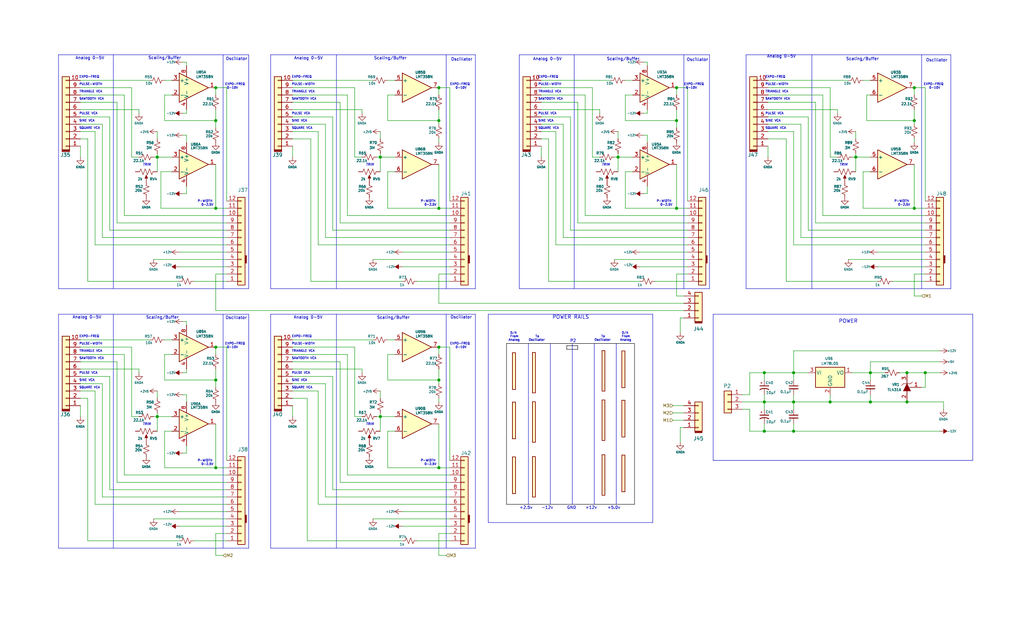
<source format=kicad_sch>
(kicad_sch (version 20230121) (generator eeschema)
  (paper "USLegal")
  (title_block (title "Synth #2") (date "2023-07-27") (rev "0.1") (company "      MLE Tech                  Cedar Park, TX") (comment 2 "In Development"))
  (lib_symbols
    (symbol "Amplifier_Operational:LM358" (pin_names (offset 0.127))
      (property "Reference" "U" (at 0 5.08 0))
      (property "Value" "LM358" (at 0 -5.08 0))
      (symbol "LM358_1_1"
        (pin output line (at 7.62 0 180) (length 2.54) (name "~") (number "1"))
        (pin input line (at -7.62 -2.54 0) (length 2.54) (name "-") (number "2"))
        (pin input line (at -7.62 2.54 0) (length 2.54) (name "+") (number "3"))
      )
      (symbol "LM358_2_1"
        (pin input line (at -7.62 2.54 0) (length 2.54) (name "+") (number "5"))
        (pin input line (at -7.62 -2.54 0) (length 2.54) (name "-") (number "6"))
        (pin output line (at 7.62 0 180) (length 2.54) (name "~") (number "7"))
      )
      (symbol "LM358_3_1"
        (pin power_in line (at -2.54 -7.62 90) (length 3.81) (name "V-") (number "4"))
        (pin power_in line (at -2.54 7.62 270) (length 3.81) (name "V+") (number "8"))
      )
    )
    (symbol "Conn_01x12_2" (pin_names (offset 1.016) hide)
      (property "Reference" "J?" (at -1.27 17.78 0))
      (symbol "Conn_01x12_2_1_1"
        (pin passive line (at -5.08 12.7 0) (length 3.81) (name "Pin_1") (number "1"))
        (pin passive line (at -5.08 -10.16 0) (length 3.81) (name "Pin_10") (number "10"))
        (pin passive line (at -5.08 -12.7 0) (length 3.81) (name "Pin_11") (number "11"))
        (pin passive line (at -5.08 -15.24 0) (length 3.81) (name "Pin_12") (number "12"))
        (pin passive line (at -5.08 10.16 0) (length 3.81) (name "Pin_2") (number "2"))
        (pin passive line (at -5.08 7.62 0) (length 3.81) (name "Pin_3") (number "3"))
        (pin passive line (at -5.08 5.08 0) (length 3.81) (name "Pin_4") (number "4"))
        (pin passive line (at -5.08 2.54 0) (length 3.81) (name "Pin_5") (number "5"))
        (pin passive line (at -5.08 0 0) (length 3.81) (name "Pin_6") (number "6"))
        (pin passive line (at -5.08 -2.54 0) (length 3.81) (name "Pin_7") (number "7"))
        (pin passive line (at -5.08 -5.08 0) (length 3.81) (name "Pin_8") (number "8"))
        (pin passive line (at -5.08 -7.62 0) (length 3.81) (name "Pin_9") (number "9"))
      )
    )
    (symbol "Connector_Generic:Conn_01x03" (pin_names (offset 1.016) hide)
      (property "Reference" "J" (at 0 5.08 0))
      (property "Value" "Conn_01x03" (at 0 -5.08 0))
      (symbol "Conn_01x03_1_1"
        (pin passive line (at -5.08 2.54 0) (length 3.81) (name "Pin_1") (number "1"))
        (pin passive line (at -5.08 0 0) (length 3.81) (name "Pin_2") (number "2"))
        (pin passive line (at -5.08 -2.54 0) (length 3.81) (name "Pin_3") (number "3"))
      )
    )
    (symbol "Connector_keyed_kicad_sym:Conn_01x04" (pin_names (offset 1.016) hide)
      (property "Reference" "J" (at -0.6858 5.588 0))
      (property "Value" "Conn_01x04" (at -0.1524 -7.9502 0))
      (symbol "Conn_01x04_1_1"
        (pin passive line (at -5.08 2.54 0) (length 3.81) (name "Pin_1") (number "1"))
        (pin passive line (at -5.08 0 0) (length 3.81) (name "Pin_2") (number "2"))
        (pin passive line (at -5.08 -2.54 0) (length 3.81) (name "Pin_3") (number "3"))
        (pin passive line (at -5.08 -5.08 0) (length 3.81) (name "Pin_4") (number "4"))
      )
    )
    (symbol "Connector_keyed_kicad_sym:Conn_01x10h" (pin_names (offset 1.016) hide)
      (property "Reference" "J28" (at 0 13.97 0))
      (symbol "Conn_01x10h_1_1"
        (pin passive line (at -5.08 10.16 0) (length 3.81) (name "Pin_1") (number "1"))
        (pin passive line (at -5.08 -12.7 0) (length 3.81) (name "Pin_10") (number "10"))
        (pin passive line (at -5.08 7.62 0) (length 3.81) (name "Pin_2") (number "2"))
        (pin passive line (at -5.08 5.08 0) (length 3.81) (name "Pin_3") (number "3"))
        (pin passive line (at -5.08 2.54 0) (length 3.81) (name "Pin_4") (number "4"))
        (pin passive line (at -5.08 0 0) (length 3.81) (name "Pin_5") (number "5"))
        (pin passive line (at -5.08 -2.54 0) (length 3.81) (name "Pin_6") (number "6"))
        (pin passive line (at -5.08 -5.08 0) (length 3.81) (name "Pin_7") (number "7"))
        (pin passive line (at -5.08 -7.62 0) (length 3.81) (name "Pin_8") (number "8"))
        (pin passive line (at -5.08 -10.16 0) (length 3.81) (name "Pin_9") (number "9"))
      )
    )
    (symbol "Connector_keyed_kicad_sym:Model_10" (pin_numbers hide) (pin_names (offset 0) hide))
    (symbol "Connector_keyed_kicad_sym:Model_12" (pin_numbers hide) (pin_names (offset 0) hide))
    (symbol "Device:C_Polarized_Small_US" (pin_numbers hide) (pin_names (offset 0.254) hide)
      (property "Reference" "C" (at 0.254 1.778 0))
      (property "Value" "C_Polarized_Small_US" (at 0.254 -2.032 0))
      (symbol "C_Polarized_Small_US_1_1"
        (pin passive line (at 0 2.54 270) (length 2.032) (name "~") (number "1"))
        (pin passive line (at 0 -2.54 90) (length 2.032) (name "~") (number "2"))
      )
    )
    (symbol "Device:C_Small" (pin_numbers hide) (pin_names (offset 0.254) hide)
      (property "Reference" "C" (at 0.254 1.778 0))
      (property "Value" "C_Small" (at 0.254 -2.032 0))
      (symbol "C_Small_1_1"
        (pin passive line (at 0 2.54 270) (length 2.032) (name "~") (number "1"))
        (pin passive line (at 0 -2.54 90) (length 2.032) (name "~") (number "2"))
      )
    )
    (symbol "Device:R_Potentiometer_US" (pin_names (offset 1.016) hide)
      (property "Reference" "RV4" (at -1.0668 0.7874 0))
      (property "Value" "5k" (at -1.6256 -0.9906 0))
      (symbol "R_Potentiometer_US_1_1"
        (pin passive line (at 0 3.81 270) (length 1.27) (name "1") (number ""))
        (pin passive line (at 3.81 0 180) (length 1.27) (name "2") (number ""))
        (pin passive line (at 0 -3.81 90) (length 1.27) (name "3") (number ""))
      )
    )
    (symbol "Device:R_Small_US" (pin_numbers hide) (pin_names (offset 0.254) hide)
      (property "Reference" "R" (at 0.762 0.508 0))
      (property "Value" "R_Small_US" (at 0.762 -1.016 0))
      (symbol "R_Small_US_1_1"
        (pin passive line (at 0 2.54 270) (length 1.016) (name "~") (number "1"))
        (pin passive line (at 0 -2.54 90) (length 1.016) (name "~") (number "2"))
      )
    )
    (symbol "Regulator_Linear:LM78L05_TO92" (pin_names (offset 0.254))
      (property "Reference" "U" (at -3.81 3.175 0))
      (property "Value" "LM78L05_TO92" (at 0 3.175 0))
      (symbol "LM78L05_TO92_1_1"
        (pin power_out line (at 7.62 0 180) (length 2.54) (name "VO") (number "1"))
        (pin power_in line (at 0 -7.62 90) (length 2.54) (name "GND") (number "2"))
        (pin power_in line (at -7.62 0 0) (length 2.54) (name "VI") (number "3"))
      )
    )
    (symbol "dk_PMIC-Voltage-Reference:TL431CLPM" (pin_names (offset 0) hide)
      (property "Reference" "VR" (at -2.54 3.175 0))
      (property "Value" "TL431CLPM" (at -5.715 0 90))
      (symbol "TL431CLPM_1_1"
        (pin passive line (at 5.08 0 180) (length 3.81) (name "REF") (number "1"))
        (pin passive line (at 0 -5.08 90) (length 3.81) (name "A") (number "2"))
        (pin passive line (at 0 5.08 270) (length 3.81) (name "K") (number "3"))
      )
    )
    (symbol "power:+12V" (power) (pin_names (offset 0))
      (property "Value" "+12V" (at 0 3.556 0))
      (symbol "+12V_1_1"
        (pin power_in line (at 0 0 90) (length 0) hide (name "+12V") (number "1"))
      )
    )
    (symbol "power:+2V5" (power) (pin_names (offset 0))
      (property "Value" "+2V5" (at 0 3.556 0))
      (symbol "+2V5_1_1"
        (pin power_in line (at 0 0 90) (length 0) hide (name "+2V5") (number "1"))
      )
    )
    (symbol "power:+5V" (power) (pin_names (offset 0))
      (property "Value" "+5V" (at 0 3.556 0))
      (symbol "+5V_1_1"
        (pin power_in line (at 0 0 90) (length 0) hide (name "+5V") (number "1"))
      )
    )
    (symbol "power:-12V" (power) (pin_names (offset 0))
      (property "Value" "-12V" (at 0 3.81 0))
      (symbol "-12V_0_0"
        (pin power_in line (at 0 0 90) (length 0) hide (name "-12V") (number "1"))
      )
    )
    (symbol "power:GNDA" (power) (pin_names (offset 0))
      (property "Value" "GNDA" (at 0 -3.81 0))
      (symbol "GNDA_1_1"
        (pin power_in line (at 0 0 270) (length 0) hide (name "GNDA") (number "1"))
      )
    )
  )
  (junction (at 132.08 54.61))
  (junction (at 152.4 132.08))
  (junction (at 288.29 139.7))
  (junction (at 317.5 41.91))
  (junction (at 275.59 139.7))
  (junction (at 234.95 30.48))
  (junction (at 74.93 132.08))
  (junction (at 302.26 139.7))
  (junction (at 314.96 139.7))
  (junction (at 54.61 54.61))
  (junction (at 152.4 162.56))
  (junction (at 234.95 72.39))
  (junction (at 54.61 144.78))
  (junction (at 317.5 72.39))
  (junction (at 265.43 139.7))
  (junction (at 152.4 30.48))
  (junction (at 265.43 149.86))
  (junction (at 302.26 129.54))
  (junction (at 152.4 41.91))
  (junction (at 265.43 129.54))
  (junction (at 74.93 72.39))
  (junction (at 214.63 54.61))
  (junction (at 321.31 129.54))
  (junction (at 297.18 54.61))
  (junction (at 275.59 129.54))
  (junction (at 314.96 129.54))
  (junction (at 152.4 120.65))
  (junction (at 132.08 144.78))
  (junction (at 234.95 41.91))
  (junction (at 74.93 120.65))
  (junction (at 152.4 72.39))
  (junction (at 317.5 30.48))
  (junction (at 275.59 149.86))
  (junction (at 74.93 30.48))
  (junction (at 74.93 41.91))
  (junction (at 74.93 162.56))
  (wire (pts (xy 64.77 38.1) (xy 64.77 39.37)))
  (wire (pts (xy 299.72 72.39) (xy 317.5 72.39)))
  (wire (pts (xy 59.69 54.61) (xy 54.61 54.61)))
  (wire (pts (xy 190.5 48.26) (xy 190.5 97.79)))
  (wire (pts (xy 132.08 143.51) (xy 132.08 144.78)))
  (wire (pts (xy 156.21 175.26) (xy 110.49 175.26)))
  (wire (pts (xy 302.26 137.16) (xy 302.26 139.7)))
  (wire (pts (xy 74.93 30.48) (xy 78.74 30.48)))
  (wire (pts (xy 273.05 48.26) (xy 273.05 97.79)))
  (polyline (pts (xy 247.65 109.22) (xy 247.65 160.02)))
  (wire (pts (xy 45.72 54.61) (xy 48.26 54.61)))
  (wire (pts (xy 302.26 132.08) (xy 302.26 129.54)))
  (wire (pts (xy 74.93 95.25) (xy 74.93 107.95)))
  (wire (pts (xy 27.94 48.26) (xy 30.48 48.26)))
  (wire (pts (xy 283.21 77.47) (xy 283.21 35.56)))
  (wire (pts (xy 74.93 44.45) (xy 74.93 41.91)))
  (wire (pts (xy 321.31 80.01) (xy 280.67 80.01)))
  (polyline (pts (xy 93.98 19.05) (xy 165.1 19.05)))
  (wire (pts (xy 234.95 102.87) (xy 237.49 102.87)))
  (polyline (pts (xy 191.135 119.38) (xy 191.135 175.26)))
  (wire (pts (xy 115.57 80.01) (xy 115.57 40.64)))
  (wire (pts (xy 156.21 30.48) (xy 152.4 30.48)))
  (wire (pts (xy 156.21 170.18) (xy 115.57 170.18)))
  (wire (pts (xy 297.18 54.61) (xy 302.26 54.61)))
  (polyline (pts (xy 39.37 109.22) (xy 39.37 190.5)))
  (wire (pts (xy 275.59 121.92) (xy 275.59 129.54)))
  (wire (pts (xy 317.5 43.18) (xy 317.5 41.91)))
  (polyline (pts (xy 281.94 19.05) (xy 281.94 100.33)))
  (wire (pts (xy 195.58 82.55) (xy 238.76 82.55)))
  (wire (pts (xy 27.94 140.97) (xy 27.94 144.78)))
  (wire (pts (xy 302.26 139.7) (xy 314.96 139.7)))
  (wire (pts (xy 234.95 95.25) (xy 238.76 95.25)))
  (wire (pts (xy 101.6 43.18) (xy 113.03 43.18)))
  (wire (pts (xy 78.74 80.01) (xy 38.1 80.01)))
  (wire (pts (xy 101.6 140.97) (xy 101.6 144.78)))
  (wire (pts (xy 134.62 72.39) (xy 152.4 72.39)))
  (wire (pts (xy 144.78 97.79) (xy 156.21 97.79)))
  (wire (pts (xy 101.6 120.65) (xy 123.19 120.65)))
  (wire (pts (xy 125.73 128.27) (xy 125.73 129.54)))
  (wire (pts (xy 266.7 43.18) (xy 278.13 43.18)))
  (wire (pts (xy 217.17 41.91) (xy 234.95 41.91)))
  (wire (pts (xy 152.4 139.7) (xy 152.4 138.43)))
  (wire (pts (xy 302.26 125.73) (xy 326.39 125.73)))
  (wire (pts (xy 101.6 40.64) (xy 115.57 40.64)))
  (wire (pts (xy 35.56 172.72) (xy 35.56 133.35)))
  (wire (pts (xy 193.04 85.09) (xy 238.76 85.09)))
  (wire (pts (xy 63.5 129.54) (xy 64.77 129.54)))
  (wire (pts (xy 57.15 118.11) (xy 59.69 118.11)))
  (wire (pts (xy 214.63 45.72) (xy 214.63 48.26)))
  (wire (pts (xy 101.6 48.26) (xy 107.95 48.26)))
  (wire (pts (xy 280.67 80.01) (xy 280.67 40.64)))
  (polyline (pts (xy 226.695 109.22) (xy 226.695 181.61)))
  (wire (pts (xy 152.4 95.25) (xy 152.4 105.41)))
  (wire (pts (xy 304.8 92.71) (xy 321.31 92.71)))
  (polyline (pts (xy 330.2 100.33) (xy 330.2 19.05)))
  (wire (pts (xy 275.59 129.54) (xy 280.67 129.54)))
  (wire (pts (xy 38.1 170.18) (xy 38.1 130.81)))
  (wire (pts (xy 27.94 38.1) (xy 48.26 38.1)))
  (wire (pts (xy 52.07 118.11) (xy 27.94 118.11)))
  (polyline (pts (xy 198.755 119.38) (xy 198.755 175.26)))
  (wire (pts (xy 132.08 53.34) (xy 132.08 54.61)))
  (wire (pts (xy 54.61 54.61) (xy 54.61 59.69)))
  (wire (pts (xy 67.31 187.96) (xy 78.74 187.96)))
  (wire (pts (xy 64.77 22.86) (xy 64.77 21.59)))
  (wire (pts (xy 314.96 129.54) (xy 321.31 129.54)))
  (wire (pts (xy 54.61 144.78) (xy 54.61 149.86)))
  (wire (pts (xy 132.08 144.78) (xy 137.16 144.78)))
  (wire (pts (xy 78.74 167.64) (xy 40.64 167.64)))
  (wire (pts (xy 118.11 77.47) (xy 118.11 35.56)))
  (wire (pts (xy 67.31 97.79) (xy 78.74 97.79)))
  (wire (pts (xy 234.95 30.48) (xy 238.76 30.48)))
  (wire (pts (xy 236.22 148.59) (xy 237.49 148.59)))
  (wire (pts (xy 110.49 175.26) (xy 110.49 135.89)))
  (wire (pts (xy 317.5 30.48) (xy 317.5 33.02)))
  (wire (pts (xy 234.95 30.48) (xy 234.95 33.02)))
  (polyline (pts (xy 246.38 19.05) (xy 246.38 100.33)))
  (wire (pts (xy 57.15 33.02) (xy 57.15 41.91)))
  (wire (pts (xy 139.7 92.71) (xy 156.21 92.71)))
  (polyline (pts (xy 20.32 109.22) (xy 86.36 109.22)))
  (wire (pts (xy 40.64 167.64) (xy 40.64 125.73)))
  (wire (pts (xy 217.17 27.94) (xy 219.71 27.94)))
  (wire (pts (xy 27.94 135.89) (xy 33.02 135.89)))
  (wire (pts (xy 156.21 82.55) (xy 113.03 82.55)))
  (wire (pts (xy 63.5 67.31) (xy 64.77 67.31)))
  (polyline (pts (xy 93.98 190.5) (xy 165.1 190.5)))
  (wire (pts (xy 222.25 92.71) (xy 238.76 92.71)))
  (wire (pts (xy 33.02 175.26) (xy 78.74 175.26)))
  (wire (pts (xy 120.65 74.93) (xy 120.65 33.02)))
  (wire (pts (xy 74.93 120.65) (xy 74.93 123.19)))
  (wire (pts (xy 275.59 149.86) (xy 326.39 149.86)))
  (wire (pts (xy 273.05 97.79) (xy 304.8 97.79)))
  (wire (pts (xy 321.31 87.63) (xy 304.8 87.63)))
  (wire (pts (xy 224.79 46.99) (xy 224.79 49.53)))
  (wire (pts (xy 321.31 30.48) (xy 317.5 30.48)))
  (wire (pts (xy 33.02 85.09) (xy 78.74 85.09)))
  (polyline (pts (xy 20.32 19.05) (xy 86.36 19.05)))
  (wire (pts (xy 63.5 111.76) (xy 64.77 111.76)))
  (wire (pts (xy 321.31 129.54) (xy 326.39 129.54)))
  (polyline (pts (xy 237.49 19.05) (xy 237.49 100.33)))
  (wire (pts (xy 78.74 77.47) (xy 40.64 77.47)))
  (polyline (pts (xy 175.895 119.38) (xy 220.345 119.38)) (stroke (width 0) (type solid) (color 0 0 0 1)))
  (wire (pts (xy 152.4 185.42) (xy 152.4 193.04)))
  (polyline (pts (xy 154.94 109.22) (xy 154.94 190.5)))
  (wire (pts (xy 74.93 147.32) (xy 74.93 162.56)))
  (wire (pts (xy 198.12 80.01) (xy 198.12 40.64)))
  (wire (pts (xy 152.4 120.65) (xy 152.4 123.19)))
  (wire (pts (xy 321.31 74.93) (xy 285.75 74.93)))
  (wire (pts (xy 74.93 185.42) (xy 74.93 193.04)))
  (wire (pts (xy 187.96 33.02) (xy 203.2 33.02)))
  (wire (pts (xy 219.71 54.61) (xy 214.63 54.61)))
  (wire (pts (xy 265.43 142.24) (xy 265.43 139.7)))
  (wire (pts (xy 187.96 35.56) (xy 200.66 35.56)))
  (wire (pts (xy 63.5 21.59) (xy 64.77 21.59)))
  (wire (pts (xy 257.81 139.7) (xy 265.43 139.7)))
  (polyline (pts (xy 337.82 160.02) (xy 337.82 109.22)))
  (wire (pts (xy 236.22 148.59) (xy 236.22 153.67)))
  (wire (pts (xy 134.62 123.19) (xy 134.62 132.08)))
  (wire (pts (xy 156.21 87.63) (xy 139.7 87.63)))
  (polyline (pts (xy 226.695 181.61) (xy 169.545 181.61)))
  (wire (pts (xy 317.5 38.1) (xy 317.5 41.91)))
  (wire (pts (xy 290.83 54.61) (xy 288.29 54.61)))
  (wire (pts (xy 156.21 85.09) (xy 110.49 85.09)))
  (wire (pts (xy 238.76 87.63) (xy 222.25 87.63)))
  (wire (pts (xy 156.21 180.34) (xy 129.54 180.34)))
  (wire (pts (xy 299.72 59.69) (xy 302.26 59.69)))
  (wire (pts (xy 275.59 142.24) (xy 275.59 139.7)))
  (wire (pts (xy 156.21 72.39) (xy 152.4 72.39)))
  (wire (pts (xy 27.94 45.72) (xy 33.02 45.72)))
  (wire (pts (xy 307.34 129.54) (xy 302.26 129.54)))
  (wire (pts (xy 187.96 50.8) (xy 187.96 54.61)))
  (wire (pts (xy 63.5 39.37) (xy 64.77 39.37)))
  (polyline (pts (xy 86.36 109.22) (xy 86.36 190.5)))
  (wire (pts (xy 187.96 48.26) (xy 190.5 48.26)))
  (wire (pts (xy 27.94 123.19) (xy 43.18 123.19)))
  (wire (pts (xy 107.95 97.79) (xy 139.7 97.79)))
  (wire (pts (xy 64.77 157.48) (xy 64.77 154.94)))
  (polyline (pts (xy 196.8246 120.142) (xy 196.8246 121.412)) (stroke (width 0) (type solid) (color 0 0 0 1)))
  (wire (pts (xy 33.02 175.26) (xy 33.02 135.89)))
  (wire (pts (xy 45.72 30.48) (xy 45.72 54.61)))
  (wire (pts (xy 321.31 97.79) (xy 309.88 97.79)))
  (wire (pts (xy 106.68 138.43) (xy 106.68 187.96)))
  (wire (pts (xy 57.15 132.08) (xy 74.93 132.08)))
  (wire (pts (xy 27.94 130.81) (xy 38.1 130.81)))
  (wire (pts (xy 27.94 128.27) (xy 48.26 128.27)))
  (wire (pts (xy 30.48 48.26) (xy 30.48 97.79)))
  (wire (pts (xy 115.57 170.18) (xy 115.57 130.81)))
  (wire (pts (xy 45.72 120.65) (xy 45.72 144.78)))
  (polyline (pts (xy 175.895 119.38) (xy 175.895 175.26)) (stroke (width 0) (type solid) (color 0 0 0 1)))
  (wire (pts (xy 266.7 50.8) (xy 266.7 54.61)))
  (wire (pts (xy 266.7 45.72) (xy 275.59 45.72)))
  (wire (pts (xy 134.62 33.02) (xy 137.16 33.02)))
  (polyline (pts (xy 183.515 119.38) (xy 183.515 175.26)))
  (wire (pts (xy 275.59 149.86) (xy 265.43 149.86)))
  (wire (pts (xy 275.59 139.7) (xy 288.29 139.7)))
  (wire (pts (xy 156.21 162.56) (xy 152.4 162.56)))
  (wire (pts (xy 101.6 38.1) (xy 125.73 38.1)))
  (polyline (pts (xy 259.08 19.05) (xy 259.08 100.33)))
  (wire (pts (xy 53.34 54.61) (xy 54.61 54.61)))
  (wire (pts (xy 101.6 33.02) (xy 120.65 33.02)))
  (wire (pts (xy 78.74 170.18) (xy 38.1 170.18)))
  (polyline (pts (xy 180.34 100.33) (xy 246.38 100.33)))
  (polyline (pts (xy 196.8246 120.142) (xy 200.6346 120.142)) (stroke (width 0) (type solid) (color 0 0 0 1)))
  (polyline (pts (xy 320.04 19.05) (xy 320.04 100.33)))
  (wire (pts (xy 33.02 85.09) (xy 33.02 45.72)))
  (wire (pts (xy 27.94 30.48) (xy 45.72 30.48)))
  (polyline (pts (xy 20.32 190.5) (xy 86.36 190.5)))
  (wire (pts (xy 134.62 33.02) (xy 134.62 41.91)))
  (wire (pts (xy 265.43 129.54) (xy 260.35 129.54)))
  (wire (pts (xy 106.68 187.96) (xy 139.7 187.96)))
  (wire (pts (xy 64.77 46.99) (xy 64.77 49.53)))
  (wire (pts (xy 156.21 172.72) (xy 113.03 172.72)))
  (wire (pts (xy 27.94 120.65) (xy 45.72 120.65)))
  (wire (pts (xy 101.6 35.56) (xy 118.11 35.56)))
  (wire (pts (xy 57.15 27.94) (xy 59.69 27.94)))
  (wire (pts (xy 27.94 43.18) (xy 35.56 43.18)))
  (wire (pts (xy 101.6 130.81) (xy 115.57 130.81)))
  (wire (pts (xy 78.74 180.34) (xy 53.34 180.34)))
  (wire (pts (xy 152.4 128.27) (xy 152.4 132.08)))
  (wire (pts (xy 78.74 74.93) (xy 43.18 74.93)))
  (wire (pts (xy 43.18 123.19) (xy 43.18 165.1)))
  (polyline (pts (xy 200.6346 121.412) (xy 200.6346 120.142)) (stroke (width 0) (type solid) (color 0 0 0 1)))
  (wire (pts (xy 156.21 177.8) (xy 139.7 177.8)))
  (wire (pts (xy 152.4 95.25) (xy 156.21 95.25)))
  (wire (pts (xy 236.22 110.49) (xy 236.22 115.57)))
  (wire (pts (xy 118.11 167.64) (xy 118.11 125.73)))
  (wire (pts (xy 321.31 134.62) (xy 321.31 129.54)))
  (wire (pts (xy 35.56 82.55) (xy 78.74 82.55)))
  (wire (pts (xy 125.73 54.61) (xy 123.19 54.61)))
  (wire (pts (xy 57.15 123.19) (xy 59.69 123.19)))
  (wire (pts (xy 64.77 137.16) (xy 63.5 137.16)))
  (wire (pts (xy 227.33 97.79) (xy 238.76 97.79)))
  (wire (pts (xy 156.21 167.64) (xy 118.11 167.64)))
  (wire (pts (xy 78.74 160.02) (xy 78.74 120.65)))
  (polyline (pts (xy 116.84 109.22) (xy 116.84 190.5)))
  (wire (pts (xy 101.6 50.8) (xy 101.6 54.61)))
  (wire (pts (xy 54.61 135.89) (xy 54.61 138.43)))
  (wire (pts (xy 152.4 105.41) (xy 237.49 105.41)))
  (polyline (pts (xy 93.98 19.05) (xy 93.98 100.33)))
  (wire (pts (xy 217.17 72.39) (xy 234.95 72.39)))
  (polyline (pts (xy 213.995 119.38) (xy 213.995 175.26)))
  (wire (pts (xy 74.93 30.48) (xy 74.93 33.02)))
  (wire (pts (xy 156.21 90.17) (xy 129.54 90.17)))
  (wire (pts (xy 27.94 40.64) (xy 38.1 40.64)))
  (wire (pts (xy 123.19 54.61) (xy 123.19 30.48)))
  (polyline (pts (xy 180.34 19.05) (xy 246.38 19.05)))
  (wire (pts (xy 265.43 147.32) (xy 265.43 149.86)))
  (wire (pts (xy 314.96 139.7) (xy 327.66 139.7)))
  (wire (pts (xy 321.31 90.17) (xy 294.64 90.17)))
  (wire (pts (xy 120.65 165.1) (xy 120.65 123.19)))
  (polyline (pts (xy 20.32 100.33) (xy 86.36 100.33)))
  (wire (pts (xy 57.15 33.02) (xy 59.69 33.02)))
  (wire (pts (xy 38.1 80.01) (xy 38.1 40.64)))
  (wire (pts (xy 35.56 172.72) (xy 78.74 172.72)))
  (wire (pts (xy 48.26 38.1) (xy 48.26 39.37)))
  (wire (pts (xy 59.69 144.78) (xy 54.61 144.78)))
  (wire (pts (xy 260.35 142.24) (xy 257.81 142.24)))
  (wire (pts (xy 64.77 46.99) (xy 63.5 46.99)))
  (wire (pts (xy 156.21 160.02) (xy 156.21 120.65)))
  (polyline (pts (xy 39.37 19.05) (xy 39.37 100.33)))
  (wire (pts (xy 234.95 38.1) (xy 234.95 41.91)))
  (polyline (pts (xy 199.39 19.05) (xy 199.39 100.33)))
  (wire (pts (xy 48.26 128.27) (xy 48.26 129.54)))
  (wire (pts (xy 27.94 50.8) (xy 27.94 54.61)))
  (wire (pts (xy 57.15 41.91) (xy 74.93 41.91)))
  (wire (pts (xy 101.6 45.72) (xy 110.49 45.72)))
  (wire (pts (xy 200.66 77.47) (xy 200.66 35.56)))
  (wire (pts (xy 78.74 87.63) (xy 62.23 87.63)))
  (wire (pts (xy 134.62 162.56) (xy 134.62 149.86)))
  (wire (pts (xy 101.6 123.19) (xy 120.65 123.19)))
  (wire (pts (xy 265.43 137.16) (xy 265.43 139.7)))
  (polyline (pts (xy 165.1 190.5) (xy 165.1 109.22)))
  (wire (pts (xy 156.21 74.93) (xy 120.65 74.93)))
  (wire (pts (xy 238.76 69.85) (xy 238.76 30.48)))
  (wire (pts (xy 234.95 95.25) (xy 234.95 102.87)))
  (wire (pts (xy 113.03 43.18) (xy 113.03 82.55)))
  (wire (pts (xy 212.09 27.94) (xy 187.96 27.94)))
  (wire (pts (xy 132.08 138.43) (xy 132.08 135.89)))
  (wire (pts (xy 57.15 123.19) (xy 57.15 132.08)))
  (wire (pts (xy 224.79 38.1) (xy 224.79 39.37)))
  (wire (pts (xy 27.94 35.56) (xy 40.64 35.56)))
  (wire (pts (xy 234.95 57.15) (xy 234.95 72.39)))
  (wire (pts (xy 300.99 33.02) (xy 300.99 41.91)))
  (wire (pts (xy 195.58 82.55) (xy 195.58 43.18)))
  (wire (pts (xy 152.4 30.48) (xy 152.4 33.02)))
  (polyline (pts (xy 93.98 100.33) (xy 165.1 100.33)))
  (wire (pts (xy 321.31 82.55) (xy 278.13 82.55)))
  (wire (pts (xy 101.6 128.27) (xy 125.73 128.27)))
  (wire (pts (xy 113.03 133.35) (xy 113.03 172.72)))
  (wire (pts (xy 205.74 54.61) (xy 208.28 54.61)))
  (wire (pts (xy 130.81 144.78) (xy 132.08 144.78)))
  (wire (pts (xy 302.26 125.73) (xy 302.26 129.54)))
  (wire (pts (xy 238.76 72.39) (xy 234.95 72.39)))
  (wire (pts (xy 266.7 38.1) (xy 290.83 38.1)))
  (wire (pts (xy 64.77 113.03) (xy 64.77 111.76)))
  (polyline (pts (xy 20.32 109.22) (xy 20.32 190.5)))
  (wire (pts (xy 219.71 59.69) (xy 217.17 59.69)))
  (polyline (pts (xy 259.08 100.33) (xy 330.2 100.33)))
  (wire (pts (xy 223.52 21.59) (xy 224.79 21.59)))
  (wire (pts (xy 266.7 33.02) (xy 285.75 33.02)))
  (wire (pts (xy 223.52 67.31) (xy 224.79 67.31)))
  (wire (pts (xy 130.81 54.61) (xy 132.08 54.61)))
  (wire (pts (xy 57.15 149.86) (xy 57.15 162.56)))
  (polyline (pts (xy 77.47 109.22) (xy 77.47 190.5)))
  (wire (pts (xy 321.31 85.09) (xy 275.59 85.09)))
  (wire (pts (xy 139.7 182.88) (xy 156.21 182.88)))
  (wire (pts (xy 30.48 138.43) (xy 30.48 187.96)))
  (wire (pts (xy 134.62 162.56) (xy 152.4 162.56)))
  (wire (pts (xy 107.95 48.26) (xy 107.95 97.79)))
  (wire (pts (xy 156.21 187.96) (xy 144.78 187.96)))
  (wire (pts (xy 78.74 90.17) (xy 53.34 90.17)))
  (wire (pts (xy 152.4 193.04) (xy 154.94 193.04)))
  (polyline (pts (xy 154.94 19.05) (xy 154.94 100.33)))
  (wire (pts (xy 134.62 123.19) (xy 137.16 123.19)))
  (polyline (pts (xy 175.895 175.26) (xy 220.345 175.26)) (stroke (width 0) (type solid) (color 0 0 0 1)))
  (wire (pts (xy 54.61 143.51) (xy 54.61 144.78)))
  (polyline (pts (xy 220.345 175.26) (xy 220.345 119.38)) (stroke (width 0) (type solid) (color 0 0 0 1)))
  (wire (pts (xy 321.31 77.47) (xy 283.21 77.47)))
  (wire (pts (xy 123.19 144.78) (xy 123.19 120.65)))
  (wire (pts (xy 317.5 49.53) (xy 317.5 48.26)))
  (wire (pts (xy 156.21 77.47) (xy 118.11 77.47)))
  (wire (pts (xy 266.7 27.94) (xy 294.64 27.94)))
  (wire (pts (xy 299.72 72.39) (xy 299.72 59.69)))
  (wire (pts (xy 266.7 35.56) (xy 283.21 35.56)))
  (wire (pts (xy 74.93 128.27) (xy 74.93 132.08)))
  (wire (pts (xy 152.4 38.1) (xy 152.4 41.91)))
  (wire (pts (xy 62.23 92.71) (xy 78.74 92.71)))
  (polyline (pts (xy 116.84 19.05) (xy 116.84 100.33)))
  (wire (pts (xy 266.7 30.48) (xy 288.29 30.48)))
  (wire (pts (xy 234.95 44.45) (xy 234.95 41.91)))
  (wire (pts (xy 260.35 129.54) (xy 260.35 137.16)))
  (wire (pts (xy 275.59 147.32) (xy 275.59 149.86)))
  (wire (pts (xy 266.7 48.26) (xy 273.05 48.26)))
  (wire (pts (xy 64.77 137.16) (xy 64.77 139.7)))
  (wire (pts (xy 74.93 38.1) (xy 74.93 41.91)))
  (wire (pts (xy 132.08 48.26) (xy 132.08 45.72)))
  (wire (pts (xy 132.08 54.61) (xy 132.08 59.69)))
  (wire (pts (xy 78.74 165.1) (xy 43.18 165.1)))
  (wire (pts (xy 260.35 149.86) (xy 260.35 142.24)))
  (wire (pts (xy 78.74 162.56) (xy 74.93 162.56)))
  (wire (pts (xy 265.43 139.7) (xy 275.59 139.7)))
  (polyline (pts (xy 247.65 160.02) (xy 337.82 160.02)))
  (wire (pts (xy 278.13 43.18) (xy 278.13 82.55)))
  (polyline (pts (xy 93.98 109.22) (xy 93.98 190.5)))
  (wire (pts (xy 187.96 38.1) (xy 208.28 38.1)))
  (wire (pts (xy 321.31 72.39) (xy 317.5 72.39)))
  (wire (pts (xy 57.15 162.56) (xy 74.93 162.56)))
  (polyline (pts (xy 196.8246 121.412) (xy 200.6346 121.412)) (stroke (width 0) (type solid) (color 0 0 0 1)))
  (wire (pts (xy 265.43 149.86) (xy 260.35 149.86)))
  (wire (pts (xy 101.6 118.11) (xy 129.54 118.11)))
  (wire (pts (xy 288.29 137.16) (xy 288.29 139.7)))
  (wire (pts (xy 64.77 67.31) (xy 64.77 64.77)))
  (polyline (pts (xy 77.47 19.05) (xy 77.47 100.33)))
  (wire (pts (xy 156.21 165.1) (xy 120.65 165.1)))
  (wire (pts (xy 55.88 72.39) (xy 74.93 72.39)))
  (wire (pts (xy 238.76 74.93) (xy 203.2 74.93)))
  (wire (pts (xy 78.74 72.39) (xy 74.93 72.39)))
  (polyline (pts (xy 86.36 19.05) (xy 86.36 100.33)))
  (wire (pts (xy 297.18 48.26) (xy 297.18 45.72)))
  (wire (pts (xy 74.93 95.25) (xy 78.74 95.25)))
  (wire (pts (xy 317.5 95.25) (xy 321.31 95.25)))
  (wire (pts (xy 74.93 120.65) (xy 78.74 120.65)))
  (wire (pts (xy 132.08 54.61) (xy 137.16 54.61)))
  (wire (pts (xy 78.74 69.85) (xy 78.74 30.48)))
  (wire (pts (xy 52.07 27.94) (xy 27.94 27.94)))
  (wire (pts (xy 63.5 157.48) (xy 64.77 157.48)))
  (wire (pts (xy 193.04 85.09) (xy 193.04 45.72)))
  (wire (pts (xy 297.18 53.34) (xy 297.18 54.61)))
  (wire (pts (xy 30.48 187.96) (xy 62.23 187.96)))
  (wire (pts (xy 134.62 132.08) (xy 152.4 132.08)))
  (wire (pts (xy 290.83 38.1) (xy 290.83 39.37)))
  (wire (pts (xy 326.39 121.92) (xy 275.59 121.92)))
  (wire (pts (xy 205.74 30.48) (xy 205.74 54.61)))
  (wire (pts (xy 54.61 53.34) (xy 54.61 54.61)))
  (polyline (pts (xy 169.545 109.22) (xy 226.695 109.22)))
  (wire (pts (xy 288.29 139.7) (xy 302.26 139.7)))
  (wire (pts (xy 152.4 133.35) (xy 152.4 132.08)))
  (wire (pts (xy 317.5 95.25) (xy 317.5 102.87)))
  (wire (pts (xy 101.6 30.48) (xy 123.19 30.48)))
  (wire (pts (xy 217.17 59.69) (xy 217.17 72.39)))
  (polyline (pts (xy 20.32 19.05) (xy 20.32 100.33)))
  (wire (pts (xy 101.6 138.43) (xy 106.68 138.43)))
  (wire (pts (xy 134.62 72.39) (xy 134.62 59.69)))
  (wire (pts (xy 101.6 27.94) (xy 129.54 27.94)))
  (wire (pts (xy 74.93 185.42) (xy 78.74 185.42)))
  (wire (pts (xy 45.72 144.78) (xy 48.26 144.78)))
  (wire (pts (xy 238.76 90.17) (xy 213.36 90.17)))
  (wire (pts (xy 62.23 182.88) (xy 78.74 182.88)))
  (wire (pts (xy 59.69 149.86) (xy 57.15 149.86)))
  (polyline (pts (xy 180.34 19.05) (xy 180.34 100.33)))
  (wire (pts (xy 27.94 33.02) (xy 43.18 33.02)))
  (wire (pts (xy 110.49 85.09) (xy 110.49 45.72)))
  (wire (pts (xy 288.29 54.61) (xy 288.29 30.48)))
  (wire (pts (xy 237.49 146.05) (xy 233.68 146.05)))
  (wire (pts (xy 236.22 110.49) (xy 237.49 110.49)))
  (wire (pts (xy 208.28 38.1) (xy 208.28 39.37)))
  (wire (pts (xy 217.17 33.02) (xy 219.71 33.02)))
  (wire (pts (xy 275.59 129.54) (xy 265.43 129.54)))
  (wire (pts (xy 317.5 102.87) (xy 320.04 102.87)))
  (wire (pts (xy 27.94 133.35) (xy 35.56 133.35)))
  (wire (pts (xy 134.62 27.94) (xy 137.16 27.94)))
  (wire (pts (xy 55.88 59.69) (xy 55.88 72.39)))
  (wire (pts (xy 187.96 43.18) (xy 195.58 43.18)))
  (wire (pts (xy 35.56 82.55) (xy 35.56 43.18)))
  (wire (pts (xy 275.59 129.54) (xy 275.59 132.08)))
  (wire (pts (xy 224.79 46.99) (xy 223.52 46.99)))
  (wire (pts (xy 300.99 41.91) (xy 317.5 41.91)))
  (wire (pts (xy 74.93 134.62) (xy 74.93 132.08)))
  (wire (pts (xy 233.68 143.51) (xy 237.49 143.51)))
  (wire (pts (xy 187.96 45.72) (xy 193.04 45.72)))
  (wire (pts (xy 275.59 85.09) (xy 275.59 45.72)))
  (wire (pts (xy 152.4 57.15) (xy 152.4 72.39)))
  (wire (pts (xy 77.47 193.04) (xy 74.93 193.04)))
  (wire (pts (xy 224.79 22.86) (xy 224.79 21.59)))
  (wire (pts (xy 156.21 80.01) (xy 115.57 80.01)))
  (wire (pts (xy 275.59 137.16) (xy 275.59 139.7)))
  (wire (pts (xy 314.96 129.54) (xy 312.42 129.54)))
  (wire (pts (xy 54.61 45.72) (xy 54.61 48.26)))
  (wire (pts (xy 27.94 125.73) (xy 40.64 125.73)))
  (wire (pts (xy 327.66 142.24) (xy 327.66 139.7)))
  (wire (pts (xy 125.73 38.1) (xy 125.73 39.37)))
  (wire (pts (xy 238.76 77.47) (xy 200.66 77.47)))
  (wire (pts (xy 134.62 59.69) (xy 137.16 59.69)))
  (wire (pts (xy 78.74 177.8) (xy 62.23 177.8)))
  (wire (pts (xy 152.4 147.32) (xy 152.4 162.56)))
  (wire (pts (xy 223.52 39.37) (xy 224.79 39.37)))
  (wire (pts (xy 74.93 57.15) (xy 74.93 72.39)))
  (wire (pts (xy 156.21 69.85) (xy 156.21 30.48)))
  (wire (pts (xy 295.91 54.61) (xy 297.18 54.61)))
  (wire (pts (xy 297.18 54.61) (xy 297.18 59.69)))
  (polyline (pts (xy 93.98 109.22) (xy 165.1 109.22)))
  (wire (pts (xy 62.23 97.79) (xy 30.48 97.79)))
  (wire (pts (xy 295.91 129.54) (xy 302.26 129.54)))
  (wire (pts (xy 265.43 129.54) (xy 265.43 132.08)))
  (wire (pts (xy 224.79 67.31) (xy 224.79 64.77)))
  (wire (pts (xy 156.21 120.65) (xy 152.4 120.65)))
  (wire (pts (xy 64.77 128.27) (xy 64.77 129.54)))
  (wire (pts (xy 134.62 41.91) (xy 152.4 41.91)))
  (wire (pts (xy 40.64 77.47) (xy 40.64 35.56)))
  (wire (pts (xy 152.4 49.53) (xy 152.4 48.26)))
  (wire (pts (xy 320.04 134.62) (xy 321.31 134.62)))
  (wire (pts (xy 300.99 33.02) (xy 302.26 33.02)))
  (polyline (pts (xy 165.1 100.33) (xy 165.1 19.05)))
  (wire (pts (xy 214.63 54.61) (xy 214.63 59.69)))
  (wire (pts (xy 213.36 54.61) (xy 214.63 54.61)))
  (wire (pts (xy 187.96 40.64) (xy 198.12 40.64)))
  (wire (pts (xy 43.18 33.02) (xy 43.18 74.93)))
  (wire (pts (xy 152.4 185.42) (xy 156.21 185.42)))
  (wire (pts (xy 101.6 125.73) (xy 118.11 125.73)))
  (wire (pts (xy 74.93 107.95) (xy 237.49 107.95)))
  (wire (pts (xy 134.62 118.11) (xy 137.16 118.11)))
  (wire (pts (xy 187.96 30.48) (xy 205.74 30.48)))
  (wire (pts (xy 214.63 53.34) (xy 214.63 54.61)))
  (polyline (pts (xy 247.65 109.22) (xy 337.82 109.22)))
  (wire (pts (xy 59.69 59.69) (xy 55.88 59.69)))
  (wire (pts (xy 132.08 144.78) (xy 132.08 149.86)))
  (wire (pts (xy 233.68 140.97) (xy 237.49 140.97)))
  (wire (pts (xy 101.6 135.89) (xy 110.49 135.89)))
  (wire (pts (xy 134.62 149.86) (xy 137.16 149.86)))
  (wire (pts (xy 27.94 138.43) (xy 30.48 138.43)))
  (wire (pts (xy 299.72 27.94) (xy 302.26 27.94)))
  (wire (pts (xy 152.4 43.18) (xy 152.4 41.91)))
  (wire (pts (xy 125.73 144.78) (xy 123.19 144.78)))
  (wire (pts (xy 53.34 144.78) (xy 54.61 144.78)))
  (wire (pts (xy 317.5 57.15) (xy 317.5 72.39)))
  (wire (pts (xy 101.6 133.35) (xy 113.03 133.35)))
  (wire (pts (xy 238.76 80.01) (xy 198.12 80.01)))
  (wire (pts (xy 203.2 33.02) (xy 203.2 74.93)))
  (polyline (pts (xy 259.08 19.05) (xy 330.2 19.05)))
  (wire (pts (xy 285.75 74.93) (xy 285.75 33.02)))
  (polyline (pts (xy 206.375 119.38) (xy 206.375 175.26)))
  (wire (pts (xy 266.7 40.64) (xy 280.67 40.64)))
  (polyline (pts (xy 169.545 109.22) (xy 169.545 181.61)))
  (wire (pts (xy 190.5 97.79) (xy 222.25 97.79)))
  (wire (pts (xy 260.35 137.16) (xy 257.81 137.16)))
  (wire (pts (xy 217.17 33.02) (xy 217.17 41.91)))
  (wire (pts (xy 321.31 69.85) (xy 321.31 30.48)))
  (text "PULSE-WIDTH" (at 101.2698 29.845 0) (effects (font (size 0.762 0.762)) (justify left bottom)))
  (text "Oscillator" (at 78.3578 21.1832 0) (effects (font (size 1.016 1.016)) (justify left bottom)))
  (text "+12v" (at 203.2 177.165 0) (effects (font (size 1.016 1.016)) (justify left bottom)))
  (text "Analog 0-5V" (at 26.1617 20.8848 0) (effects (font (size 1.016 1.016)) (justify left bottom)))
  (text "GND" (at 196.85 177.165 0) (effects (font (size 1.016 1.016)) (justify left bottom)))
  (text "POWER RAILS" (at 191.77 111.125 0) (effects (font (size 1.27 1.27)) (justify left bottom)))
  (text "Analog 0-5V" (at 266.2936 20.32 0) (effects (font (size 1.016 1.016)) (justify left bottom)))
  (text "SQUARE VCA" (at 27.4828 45.085 0) (effects (font (size 0.762 0.762)) (justify left bottom)))
  (text "    To\nOscillator" (at 183.515 118.745 0) (effects (font (size 0.762 0.762)) (justify left bottom)))
  (text "0-10V" (at 158.115 121.285 0) (effects (font (size 0.762 0.762)) (justify left bottom)))
  (text "P2" (at 197.9168 119.1768 0) (effects (font (size 1.016 1.016)) (justify left bottom)))
  (text " D/A\n From\nAnalog" (at 215.265 118.745 0) (effects (font (size 0.762 0.762)) (justify left bottom)))
  (text "-12v" (at 187.96 177.165 0) (effects (font (size 1.016 1.016)) (justify left bottom)))
  (text "EXPO-FREQ" (at 320.675 29.845 0) (effects (font (size 0.762 0.762)) (justify left bottom)))
  (text "Oscillator" (at 156.5696 21.3683 0) (effects (font (size 1.016 1.016)) (justify left bottom)))
  (text "+5.0v" (at 210.82 177.165 0) (effects (font (size 1.016 1.016)) (justify left bottom)))
  (text "EXPO-FREQ" (at 156.21 29.845 0) (effects (font (size 0.762 0.762)) (justify left bottom)))
  (text "POWER" (at 291.2326 112.4973 0) (effects (font (size 1.27 1.27)) (justify left bottom)))
  (text "EXPO-FREQ" (at 78.105 120.015 0) (effects (font (size 0.762 0.762)) (justify left bottom)))
  (text "SAWTOOTH VCA" (at 27.4828 125.095 0) (effects (font (size 0.762 0.762)) (justify left bottom)))
  (text "Analog 0-5V" (at 102.0613 20.9457 0) (effects (font (size 1.016 1.016)) (justify left bottom)))
  (text "0-2.5V" (at 69.85 71.755 0) (effects (font (size 0.762 0.762)) (justify left bottom)))
  (text "EXPO-FREQ" (at 156.21 120.015 0) (effects (font (size 0.762 0.762)) (justify left bottom)))
  (text "P-WIDTH" (at 227.965 70.485 0) (effects (font (size 0.762 0.762)) (justify left bottom)))
  (text "0-10V" (at 238.125 31.115 0) (effects (font (size 0.762 0.762)) (justify left bottom)))
  (text "0-10V" (at 158.115 31.115 0) (effects (font (size 0.762 0.762)) (justify left bottom)))
  (text "Oscillator" (at 321.5127 21.65 0) (effects (font (size 1.016 1.016)) (justify left bottom)))
  (text "Oscillator" (at 156.3636 110.9873 0) (effects (font (size 1.016 1.016)) (justify left bottom)))
  (text "TRIANGLE VCA" (at 265.7348 32.385 0) (effects (font (size 0.762 0.762)) (justify left bottom)))
  (text "PULSE VCA" (at 27.4828 130.175 0) (effects (font (size 0.762 0.762)) (justify left bottom)))
  (text "Scaling/Buffer" (at 210.6649 21.2274 0) (effects (font (size 1.016 1.016)) (justify left bottom)))
  (text "SQUARE VCA" (at 186.8678 45.085 0) (effects (font (size 0.762 0.762)) (justify left bottom)))
  (text "EXPO-FREQ" (at 27.4828 117.475 0) (effects (font (size 0.762 0.762)) (justify left bottom)))
  (text "P-WIDTH" (at 68.58 70.485 0) (effects (font (size 0.762 0.762)) (justify left bottom)))
  (text "Oscillator" (at 238.4121 21.5091 0) (effects (font (size 1.016 1.016)) (justify left bottom)))
  (text "Analog 0-5V" (at 25.1334 110.9873 0) (effects (font (size 1.016 1.016)) (justify left bottom)))
  (text "SINE VCA" (at 27.4828 132.715 0) (effects (font (size 0.762 0.762)) (justify left bottom)))
  (text "0-2.5V" (at 69.85 161.925 0) (effects (font (size 0.762 0.762)) (justify left bottom)))
  (text "SINE VCA" (at 101.2698 132.715 0) (effects (font (size 0.762 0.762)) (justify left bottom)))
  (text "0-10V" (at 78.74 121.285 0) (effects (font (size 0.762 0.762)) (justify left bottom)))
  (text "EXPO-FREQ" (at 101.2698 117.475 0) (effects (font (size 0.762 0.762)) (justify left bottom)))
  (text "SAWTOOTH VCA" (at 265.7348 34.925 0) (effects (font (size 0.762 0.762)) (justify left bottom)))
  (text "_{TRIM}" (at 49.53 57.785 0) (effects (font (size 1.016 1.016) italic) (justify left bottom)))
  (text "0-10V" (at 322.58 31.115 0) (effects (font (size 0.762 0.762)) (justify left bottom)))
  (text "0-2.5V" (at 147.32 71.755 0) (effects (font (size 0.762 0.762)) (justify left bottom)))
  (text "_{TRIM}" (at 291.465 57.785 0) (effects (font (size 1.016 1.016) italic) (justify left bottom)))
  (text "Scaling/Buffer" (at 130.8447 111.1288 0) (effects (font (size 1.016 1.016)) (justify left bottom)))
  (text "SAWTOOTH VCA" (at 101.2698 125.095 0) (effects (font (size 0.762 0.762)) (justify left bottom)))
  (text "PULSE VCA" (at 27.4828 40.005 0) (effects (font (size 0.762 0.762)) (justify left bottom)))
  (text "TRIANGLE VCA" (at 27.4828 122.555 0) (effects (font (size 0.762 0.762)) (justify left bottom)))
  (text "PULSE VCA" (at 101.2698 40.005 0) (effects (font (size 0.762 0.762)) (justify left bottom)))
  (text " D/A\n From\nAnalog" (at 176.53 118.745 0) (effects (font (size 0.762 0.762)) (justify left bottom)))
  (text "PULSE VCA" (at 101.2698 130.175 0) (effects (font (size 0.762 0.762)) (justify left bottom)))
  (text "PULSE VCA" (at 186.8678 40.005 0) (effects (font (size 0.762 0.762)) (justify left bottom)))
  (text "+2.5v" (at 180.34 177.165 0) (effects (font (size 1.016 1.016)) (justify left bottom)))
  (text "PULSE-WIDTH" (at 101.2698 120.015 0) (effects (font (size 0.762 0.762)) (justify left bottom)))
  (text "EXPO-FREQ" (at 265.7348 27.305 0) (effects (font (size 0.762 0.762)) (justify left bottom)))
  (text "Analog 0-5V" (at 101.9296 111.0345 0) (effects (font (size 1.016 1.016)) (justify left bottom)))
  (text "PULSE-WIDTH" (at 265.7348 29.845 0) (effects (font (size 0.762 0.762)) (justify left bottom)))
  (text "TRIANGLE VCA" (at 101.2698 122.555 0) (effects (font (size 0.762 0.762)) (justify left bottom)))
  (text "_{TRIM}" (at 127 147.955 0) (effects (font (size 1.016 1.016) italic) (justify left bottom)))
  (text "SINE VCA" (at 27.4828 42.545 0) (effects (font (size 0.762 0.762)) (justify left bottom)))
  (text "SINE VCA" (at 265.7348 42.545 0) (effects (font (size 0.762 0.762)) (justify left bottom)))
  (text "SQUARE VCA" (at 101.2698 45.085 0) (effects (font (size 0.762 0.762)) (justify left bottom)))
  (text "_{TRIM}" (at 127 57.785 0) (effects (font (size 1.016 1.016) italic) (justify left bottom)))
  (text "P-WIDTH" (at 146.05 160.655 0) (effects (font (size 0.762 0.762)) (justify left bottom)))
  (text "0-10V" (at 78.74 31.115 0) (effects (font (size 0.762 0.762)) (justify left bottom)))
  (text "Scaling/Buffer" (at 50.6524 111.0816 0) (effects (font (size 1.016 1.016)) (justify left bottom)))
  (text "0-2.5V" (at 311.785 71.755 0) (effects (font (size 0.762 0.762)) (justify left bottom)))
  (text "PULSE-WIDTH" (at 27.4828 120.015 0) (effects (font (size 0.762 0.762)) (justify left bottom)))
  (text "P-WIDTH" (at 310.515 70.485 0) (effects (font (size 0.762 0.762)) (justify left bottom)))
  (text "TRIANGLE VCA" (at 27.4828 32.385 0) (effects (font (size 0.762 0.762)) (justify left bottom)))
  (text "Scaling/Buffer" (at 293.7655 21.2274 0) (effects (font (size 1.016 1.016)) (justify left bottom)))
  (text "EXPO-FREQ" (at 237.49 29.845 0) (effects (font (size 0.762 0.762)) (justify left bottom)))
  (text "SQUARE VCA" (at 27.4828 135.255 0) (effects (font (size 0.762 0.762)) (justify left bottom)))
  (text "PULSE-WIDTH" (at 27.4828 29.845 0) (effects (font (size 0.762 0.762)) (justify left bottom)))
  (text "EXPO-FREQ" (at 101.2698 27.305 0) (effects (font (size 0.762 0.762)) (justify left bottom)))
  (text "    To\nOscillator" (at 206.375 118.745 0) (effects (font (size 0.762 0.762)) (justify left bottom)))
  (text "EXPO-FREQ" (at 186.8678 27.305 0) (effects (font (size 0.762 0.762)) (justify left bottom)))
  (text "_{TRIM}" (at 208.915 57.785 0) (effects (font (size 1.016 1.016) italic) (justify left bottom)))
  (text "SINE VCA" (at 101.2698 42.545 0) (effects (font (size 0.762 0.762)) (justify left bottom)))
  (text "SQUARE VCA" (at 101.2698 135.255 0) (effects (font (size 0.762 0.762)) (justify left bottom)))
  (text "SQUARE VCA" (at 265.7348 45.085 0) (effects (font (size 0.762 0.762)) (justify left bottom)))
  (text "_{TRIM}" (at 49.53 147.955 0) (effects (font (size 1.016 1.016) italic) (justify left bottom)))
  (text "SAWTOOTH VCA" (at 27.4828 34.925 0) (effects (font (size 0.762 0.762)) (justify left bottom)))
  (text "Oscillator" (at 78.2467 111.176 0) (effects (font (size 1.016 1.016)) (justify left bottom)))
  (text "SINE VCA" (at 186.8678 42.545 0) (effects (font (size 0.762 0.762)) (justify left bottom)))
  (text "Scaling/Buffer" (at 51.4426 20.8556 0) (effects (font (size 1.016 1.016)) (justify left bottom)))
  (text "0-2.5V" (at 147.32 161.925 0) (effects (font (size 0.762 0.762)) (justify left bottom)))
  (text "PULSE-WIDTH" (at 186.8678 29.845 0) (effects (font (size 0.762 0.762)) (justify left bottom)))
  (text "TRIANGLE VCA" (at 186.8678 32.385 0) (effects (font (size 0.762 0.762)) (justify left bottom)))
  (text "Scaling/Buffer" (at 129.8084 20.9457 0) (effects (font (size 1.016 1.016)) (justify left bottom)))
  (text "TRIANGLE VCA" (at 101.2698 32.385 0) (effects (font (size 0.762 0.762)) (justify left bottom)))
  (text "SAWTOOTH VCA" (at 186.8678 34.925 0) (effects (font (size 0.762 0.762)) (justify left bottom)))
  (text "P-WIDTH" (at 146.05 70.485 0) (effects (font (size 0.762 0.762)) (justify left bottom)))
  (text "PULSE VCA" (at 265.7348 40.005 0) (effects (font (size 0.762 0.762)) (justify left bottom)))
  (text "EXPO-FREQ" (at 78.105 29.845 0) (effects (font (size 0.762 0.762)) (justify left bottom)))
  (text "Analog 0-5V" (at 185.0305 21.2274 0) (effects (font (size 1.016 1.016)) (justify left bottom)))
  (text "SAWTOOTH VCA" (at 101.2698 34.925 0) (effects (font (size 0.762 0.762)) (justify left bottom)))
  (text "EXPO-FREQ" (at 27.4828 27.305 0) (effects (font (size 0.762 0.762)) (justify left bottom)))
  (text "0-2.5V" (at 229.235 71.755 0) (effects (font (size 0.762 0.762)) (justify left bottom)))
  (text "P-WIDTH" (at 68.58 160.655 0) (effects (font (size 0.762 0.762)) (justify left bottom)))
  (hierarchical_label "M3" (shape input) (at 154.94 193.04 0) (effects (font (size 1.016 1.016))))
  (hierarchical_label "M1" (shape input) (at 233.68 146.05 180) (effects (font (size 1.016 1.016))))
  (hierarchical_label "M2" (shape input) (at 77.47 193.04 0) (effects (font (size 1.016 1.016))))
  (hierarchical_label "M2" (shape input) (at 233.68 143.51 180) (effects (font (size 1.016 1.016))))
  (hierarchical_label "M1" (shape input) (at 320.04 102.87 0) (effects (font (size 1.016 1.016))))
  (hierarchical_label "M3" (shape input) (at 233.68 140.97 180) (effects (font (size 1.016 1.016))))
  (symbol (lib_id "power:-12V") (at 326.39 149.86 270) (mirror x) (unit 1)
    (property "Reference" "#PWR080" (effects hide))
    (property "Value" "-12V" (at 328.93 149.86 90) (effects (font (size 0.762 0.762)) (justify left)))
  )
  (symbol (lib_id "Device:R_Small_US") (at 293.37 54.61 90) (unit 1)
    (property "Reference" "R86" (at 290.957 53.2384 90) (effects (font (size 0.889 0.889))))
    (property "Value" "22.1k" (at 290.7538 55.8292 90) (effects (font (size 0.889 0.889))))
  )
  (symbol (lib_id "Amplifier_Operational:LM358") (at 309.88 57.15 0) (unit 2)
    (property "Reference" "U95" (at 311.0992 51.816 0) (effects (font (size 0.889 0.889))))
    (property "Value" "LMT358N" (at 312.42 53.34 0) (effects (font (size 0.889 0.889))))
    (property "Datasheet" "http://www.ti.com/lit/ds/symlink/lm2904-n.pdf" (effects hide))
  )
  (symbol (lib_id "power:GNDA") (at 294.64 90.17 0) (unit 1)
    (property "Reference" "#PWR072" (effects hide))
    (property "Value" "GNDA" (at 294.5892 93.6244 0) (effects (font (size 0.762 0.762))))
  )
  (symbol (lib_id "Device:R_Small_US") (at 234.95 46.99 0) (unit 1)
    (property "Reference" "R85" (at 231.3686 45.847 0) (effects (font (size 0.889 0.889)) (justify left)))
    (property "Value" "20k" (at 231.4194 47.2694 0) (effects (font (size 0.889 0.889)) (justify left)))
  )
  (symbol (lib_id "Amplifier_Operational:LM358") (at 309.88 30.48 0) (unit 2)
    (property "Reference" "U93" (at 311.0992 25.146 0) (effects (font (size 0.889 0.889))))
    (property "Value" "LMT358N" (at 312.42 26.67 0) (effects (font (size 0.889 0.889))))
    (property "Datasheet" "http://www.ti.com/lit/ds/symlink/lm2904-n.pdf" (effects hide))
  )
  (symbol (lib_id "Device:R_Small_US") (at 74.93 35.56 0) (unit 1)
    (property "Reference" "R61" (at 71.6788 34.3662 0) (effects (font (size 0.889 0.889)) (justify left)))
    (property "Value" "22.1k" (at 70.3341 36.0935 0) (effects (font (size 0.889 0.889)) (justify left)))
  )
  (symbol (lib_id "power:GNDA") (at 236.22 153.67 0) (mirror y) (unit 1)
    (property "Reference" "#PWR068" (effects hide))
    (property "Value" "GNDA" (at 236.2708 157.1244 0) (effects (font (size 0.762 0.762))))
  )
  (symbol (lib_id "power:GNDA") (at 129.54 90.17 0) (unit 1)
    (property "Reference" "#PWR045" (effects hide))
    (property "Value" "GNDA" (at 129.4892 93.6244 0) (effects (font (size 0.762 0.762))))
  )
  (symbol (lib_id "Amplifier_Operational:LM358") (at 67.31 57.15 0) (unit 1)
    (property "Reference" "U86" (at 67.945 50.165 0) (effects (font (size 0.889 0.889))))
    (property "Value" "LMT358N" (at 69.215 51.435 0) (effects (font (size 0.889 0.889))))
    (property "Datasheet" "http://www.ti.com/lit/ds/symlink/lm2904-n.pdf" (effects hide))
  )
  (symbol (lib_id "Device:R_Small_US") (at 234.95 35.56 0) (unit 1)
    (property "Reference" "R84" (at 231.6988 34.3662 0) (effects (font (size 0.889 0.889)) (justify left)))
    (property "Value" "22.1k" (at 230.3541 36.0935 0) (effects (font (size 0.889 0.889)) (justify left)))
  )
  (symbol (lib_id "power:GNDA") (at 236.22 115.57 0) (mirror y) (unit 1)
    (property "Reference" "#PWR067" (effects hide))
    (property "Value" "GNDA" (at 236.2708 119.0244 0) (effects (font (size 0.762 0.762))))
  )
  (symbol (lib_id "power:-12V") (at 304.8 92.71 90) (unit 1)
    (property "Reference" "#PWR075" (effects hide))
    (property "Value" "-12V" (at 302.26 92.71 90) (effects (font (size 0.762 0.762)) (justify left)))
  )
  (symbol (lib_id "Connector_keyed_kicad_sym:Conn_01x10h") (at 261.62 40.64 180) (unit 1)
    (property "Reference" "J47" (at 261.4676 53.848 0))
    (property "Value" "Conn_01x10h" (effects hide))
  )
  (symbol (lib_id "power:+12V") (at 222.25 87.63 90) (unit 1)
    (property "Reference" "#PWR060" (effects hide))
    (property "Value" "+12V" (at 219.71 87.63 90) (effects (font (size 0.762 0.762)) (justify left)))
  )
  (symbol (lib_name "Conn_01x12_2") (lib_id "Connector_keyed_kicad_sym:Conn_01x12") (at 243.84 85.09 0) (mirror x) (unit 1)
    (property "Reference" "J46" (at 242.57 66.04 0) (effects (justify left)))
    (property "Value" "Conn_01x12" (effects hide))
  )
  (symbol (lib_id "Connector_keyed_kicad_sym:Conn_01x10h") (at 96.52 130.81 180) (unit 1)
    (property "Reference" "J40" (at 96.3676 144.018 0))
    (property "Value" "Conn_01x10h" (effects hide))
  )
  (symbol (lib_id "power:+2V5") (at 132.08 45.72 90) (unit 1)
    (property "Reference" "#PWR047" (effects hide))
    (property "Value" "+2V5" (at 129.1844 45.847 90) (effects (font (size 0.762 0.762)) (justify left)))
  )
  (symbol (lib_id "power:GNDA") (at 290.83 39.37 0) (unit 1)
    (property "Reference" "#PWR070" (effects hide))
    (property "Value" "GNDA" (at 290.7792 42.8244 0) (effects (font (size 0.762 0.762))))
  )
  (symbol (lib_id "power:GNDA") (at 50.8 68.58 0) (unit 1)
    (property "Reference" "#PWR019" (effects hide))
    (property "Value" "GNDA" (at 50.7492 72.0344 0) (effects (font (size 0.762 0.762))))
  )
  (symbol (lib_id "Connector_Generic:Conn_01x03") (at 252.73 139.7 0) (mirror y) (unit 1)
    (property "Reference" "P2" (at 252.5268 134.1628 0))
    (property "Value" "Conn_01x03" (effects hide))
  )
  (symbol (lib_id "power:-12V") (at 63.5 67.31 90) (unit 1)
    (property "Reference" "#PWR032" (effects hide))
    (property "Value" "-12V" (at 60.96 67.31 90) (effects (font (size 0.762 0.762)) (justify left)))
  )
  (symbol (lib_name "Conn_01x12_2") (lib_id "Connector_keyed_kicad_sym:Conn_01x12") (at 161.29 85.09 0) (mirror x) (unit 1)
    (property "Reference" "J41" (at 160.02 67.31 0) (effects (justify left)))
    (property "Value" "Conn_01x12" (effects hide))
  )
  (symbol (lib_id "power:GNDA") (at 101.6 54.61 0) (unit 1)
    (property "Reference" "#PWR039" (effects hide))
    (property "Value" "GNDA" (at 101.5492 58.0644 0) (effects (font (size 0.762 0.762))))
  )
  (symbol (lib_id "Amplifier_Operational:LM358") (at 67.31 57.15 0) (unit 3)
    (property "Reference" "U87" (effects hide))
    (property "Value" "LM358" (effects hide))
    (property "Datasheet" "http://www.ti.com/lit/ds/symlink/lm2904-n.pdf" (effects hide))
  )
  (symbol (lib_id "Device:R_Small_US") (at 214.63 27.94 90) (unit 1)
    (property "Reference" "R81" (at 211.582 26.7208 90) (effects (font (size 0.889 0.889))))
    (property "Value" "10k" (at 211.7598 28.956 90) (effects (font (size 0.889 0.889))))
  )
  (symbol (lib_id "Connector_keyed_kicad_sym:Model_10") (at 215.9 165.1 0) (mirror y) (unit 1)
    (property "Reference" "JM12" (effects hide))
    (property "Value" "Model_10" (effects hide))
  )
  (symbol (lib_id "Device:C_Polarized_Small_US") (at 265.43 134.62 0) (unit 1)
    (property "Reference" "C40" (at 265.811 133.0452 0) (effects (font (size 0.889 0.889)) (justify left)))
    (property "Value" "10µF" (at 265.9888 136.4488 0) (effects (font (size 0.889 0.889)) (justify left)))
  )
  (symbol (lib_id "Connector_keyed_kicad_sym:Model_12") (at 185.42 146.05 0) (unit 1)
    (property "Reference" "JM5" (effects hide))
    (property "Value" "Model_12" (effects hide))
  )
  (symbol (lib_id "power:-12V") (at 139.7 182.88 90) (unit 1)
    (property "Reference" "#PWR052" (effects hide))
    (property "Value" "-12V" (at 137.16 182.88 90) (effects (font (size 0.762 0.762)) (justify left)))
  )
  (symbol (lib_id "Connector_keyed_kicad_sym:Conn_01x04") (at 242.57 107.95 0) (mirror x) (unit 1)
    (property "Reference" "J44" (at 242.57 114.3 0))
    (property "Value" "Conn_01x04" (effects hide))
  )
  (symbol (lib_name "Conn_01x12_2") (lib_id "Connector_keyed_kicad_sym:Conn_01x12") (at 83.82 175.26 0) (mirror x) (unit 1)
    (property "Reference" "J38" (at 82.55 156.21 0) (effects (justify left)))
    (property "Value" "Conn_01x12" (effects hide))
  )
  (symbol (lib_id "Connector_keyed_kicad_sym:Model_10") (at 179.07 129.54 0) (unit 1)
    (property "Reference" "JM1" (effects hide))
    (property "Value" "Model_10" (effects hide))
  )
  (symbol (lib_id "power:+2V5") (at 54.61 135.89 90) (unit 1)
    (property "Reference" "#PWR024" (effects hide))
    (property "Value" "+2V5" (at 51.7144 136.017 90) (effects (font (size 0.762 0.762)) (justify left)))
  )
  (symbol (lib_id "Regulator_Linear:LM78L05_TO92") (at 288.29 129.54 0) (unit 1)
    (property "Reference" "U96" (at 287.8582 124.6124 0) (effects (font (size 0.889 0.889))))
    (property "Value" "LM78L05" (at 288.163 126.3396 0) (effects (font (size 0.889 0.889))))
    (property "Footprint" "Package_TO_SOT_THT:TO-92_Inline" (effects hide))
    (property "Datasheet" "https://www.onsemi.com/pub/Collateral/MC78L06A-D.pdf" (effects hide))
  )
  (symbol (lib_id "power:GNDA") (at 152.4 139.7 0) (unit 1)
    (property "Reference" "#PWR054" (effects hide))
    (property "Value" "GNDA" (at 152.3492 143.1544 0) (effects (font (size 0.762 0.762))))
  )
  (symbol (lib_id "power:GNDA") (at 187.96 54.61 0) (unit 1)
    (property "Reference" "#PWR055" (effects hide))
    (property "Value" "GNDA" (at 187.9092 58.0644 0) (effects (font (size 0.762 0.762))))
  )
  (symbol (lib_id "power:GNDA") (at 266.7 54.61 0) (unit 1)
    (property "Reference" "#PWR069" (effects hide))
    (property "Value" "GNDA" (at 266.6492 58.0644 0) (effects (font (size 0.762 0.762))))
  )
  (symbol (lib_id "power:+12V") (at 223.52 21.59 90) (unit 1)
    (property "Reference" "#PWR062" (effects hide))
    (property "Value" "+12V" (at 220.98 21.59 90) (effects (font (size 0.762 0.762)) (justify left)))
  )
  (symbol (lib_id "power:+2V5") (at 132.08 135.89 90) (unit 1)
    (property "Reference" "#PWR048" (effects hide))
    (property "Value" "+2V5" (at 129.1844 136.017 90) (effects (font (size 0.762 0.762)) (justify left)))
  )
  (symbol (lib_id "Device:R_Small_US") (at 50.8 156.21 0) (unit 1)
    (property "Reference" "R54" (at 46.9646 155.0162 0) (effects (font (size 0.889 0.889)) (justify left)))
    (property "Value" "20k" (at 46.8376 156.3878 0) (effects (font (size 0.889 0.889)) (justify left)))
  )
  (symbol (lib_id "Connector_keyed_kicad_sym:Model_12") (at 209.55 128.27 0) (mirror y) (unit 1)
    (property "Reference" "JM7" (effects hide))
    (property "Value" "Model_12" (effects hide))
  )
  (symbol (lib_id "power:-12V") (at 63.5 157.48 90) (unit 1)
    (property "Reference" "#PWR036" (effects hide))
    (property "Value" "-12V" (at 60.96 157.48 90) (effects (font (size 0.762 0.762)) (justify left)))
  )
  (symbol (lib_id "power:+12V") (at 223.52 46.99 90) (unit 1)
    (property "Reference" "#PWR064" (effects hide))
    (property "Value" "+12V" (at 220.98 46.99 90) (effects (font (size 0.762 0.762)) (justify left)))
  )
  (symbol (lib_id "Amplifier_Operational:LM358") (at 67.31 120.65 0) (unit 3)
    (property "Reference" "U88" (effects hide))
    (property "Value" "LM358" (effects hide))
    (property "Datasheet" "http://www.ti.com/lit/ds/symlink/lm2904-n.pdf" (effects hide))
  )
  (symbol (lib_id "Connector_keyed_kicad_sym:Conn_01x04") (at 242.57 146.05 0) (mirror x) (unit 1)
    (property "Reference" "J45" (at 242.57 152.4 0))
    (property "Value" "Conn_01x04" (effects hide))
  )
  (symbol (lib_id "Amplifier_Operational:LM358") (at 67.31 147.32 0) (unit 1)
    (property "Reference" "U90" (at 67.945 140.335 0) (effects (font (size 0.889 0.889))))
    (property "Value" "LMT358N" (at 69.215 141.605 0) (effects (font (size 0.889 0.889))))
    (property "Datasheet" "http://www.ti.com/lit/ds/symlink/lm2904-n.pdf" (effects hide))
  )
  (symbol (lib_id "Device:R_Potentiometer_US") (at 50.8 59.69 270) (unit 1)
    (property "Reference" "RV4" (at 54.61 62.23 90) (effects (font (size 0.889 0.889)) (justify right)))
    (property "Value" "2k" (at 49.53 62.23 90) (effects (font (size 0.889 0.889)) (justify right)))
  )
  (symbol (lib_id "power:+2V5") (at 54.61 45.72 90) (unit 1)
    (property "Reference" "#PWR023" (effects hide))
    (property "Value" "+2V5" (at 51.7144 45.847 90) (effects (font (size 0.762 0.762)) (justify left)))
  )
  (symbol (lib_id "Device:R_Small_US") (at 64.77 97.79 90) (unit 1)
    (property "Reference" "R59" (at 62.357 96.4184 90) (effects (font (size 0.889 0.889))))
    (property "Value" "1k" (at 62.1538 99.0092 90) (effects (font (size 0.889 0.889))))
  )
  (symbol (lib_id "power:-12V") (at 62.23 92.71 90) (unit 1)
    (property "Reference" "#PWR026" (effects hide))
    (property "Value" "-12V" (at 59.69 92.075 90) (effects (font (size 0.762 0.762)) (justify left)))
  )
  (symbol (lib_id "power:+12V") (at 139.7 177.8 90) (unit 1)
    (property "Reference" "#PWR051" (effects hide))
    (property "Value" "+12V" (at 137.16 177.8 90) (effects (font (size 0.762 0.762)) (justify left)))
  )
  (symbol (lib_id "Amplifier_Operational:LM358") (at 67.31 120.65 0) (unit 1)
    (property "Reference" "U89" (at 69.85 115.2398 0) (effects (font (size 0.889 0.889))))
    (property "Value" "LMT358N" (at 71.12 116.84 0) (effects (font (size 0.889 0.889))))
    (property "Datasheet" "http://www.ti.com/lit/ds/symlink/lm2904-n.pdf" (effects hide))
  )
  (symbol (lib_id "Device:R_Small_US") (at 214.63 50.8 0) (unit 1)
    (property "Reference" "R82" (at 210.7946 49.6062 0) (effects (font (size 0.889 0.889)) (justify left)))
    (property "Value" "3M" (at 210.7946 51.3588 0) (effects (font (size 0.889 0.889)) (justify left)))
  )
  (symbol (lib_id "Connector_keyed_kicad_sym:Conn_01x10h") (at 96.52 40.64 180) (unit 1)
    (property "Reference" "J39" (at 96.3676 53.848 0))
    (property "Value" "Conn_01x10h" (effects hide))
  )
  (symbol (lib_id "Connector_keyed_kicad_sym:Model_10") (at 179.07 165.735 0) (unit 1)
    (property "Reference" "JM3" (effects hide))
    (property "Value" "Model_10" (effects hide))
  )
  (symbol (lib_id "Device:R_Potentiometer_US") (at 128.27 59.69 270) (unit 1)
    (property "Reference" "RV6" (at 132.08 62.23 90) (effects (font (size 0.889 0.889)) (justify right)))
    (property "Value" "2k" (at 127 62.23 90) (effects (font (size 0.889 0.889)) (justify right)))
  )
  (symbol (lib_id "Amplifier_Operational:LM358") (at 144.78 30.48 0) (unit 2)
    (property "Reference" "U85" (at 145.9992 25.146 0) (effects (font (size 0.889 0.889))))
    (property "Value" "LMT358N" (at 147.32 26.67 0) (effects (font (size 0.889 0.889))))
    (property "Datasheet" "http://www.ti.com/lit/ds/symlink/lm2904-n.pdf" (effects hide))
  )
  (symbol (lib_id "power:GNDA") (at 27.94 54.61 0) (unit 1)
    (property "Reference" "#PWR015" (effects hide))
    (property "Value" "GNDA" (at 27.8892 58.0644 0) (effects (font (size 0.762 0.762))))
  )
  (symbol (lib_id "Device:R_Small_US") (at 54.61 140.97 0) (unit 1)
    (property "Reference" "R58" (at 50.7746 139.7762 0) (effects (font (size 0.889 0.889)) (justify left)))
    (property "Value" "3M" (at 50.7746 141.5288 0) (effects (font (size 0.889 0.889)) (justify left)))
  )
  (symbol (lib_id "power:GNDA") (at 48.26 39.37 0) (unit 1)
    (property "Reference" "#PWR017" (effects hide))
    (property "Value" "GNDA" (at 48.2092 42.8244 0) (effects (font (size 0.762 0.762))))
  )
  (symbol (lib_id "Device:R_Small_US") (at 210.82 54.61 90) (unit 1)
    (property "Reference" "R79" (at 208.407 53.2384 90) (effects (font (size 0.889 0.889))))
    (property "Value" "22.1k" (at 208.2038 55.8292 90) (effects (font (size 0.889 0.889))))
  )
  (symbol (lib_id "Device:R_Small_US") (at 54.61 118.11 90) (unit 1)
    (property "Reference" "R57" (at 51.562 116.8908 90) (effects (font (size 0.889 0.889))))
    (property "Value" "10k" (at 51.7398 119.126 90) (effects (font (size 0.889 0.889))))
  )
  (symbol (lib_id "power:GNDA") (at 293.37 68.58 0) (unit 1)
    (property "Reference" "#PWR071" (effects hide))
    (property "Value" "GNDA" (at 293.3192 72.0344 0) (effects (font (size 0.762 0.762))))
  )
  (symbol (lib_id "Device:R_Small_US") (at 317.5 45.72 0) (unit 1)
    (property "Reference" "R93" (at 313.9186 44.577 0) (effects (font (size 0.889 0.889)) (justify left)))
    (property "Value" "20k" (at 313.9694 45.9994 0) (effects (font (size 0.889 0.889)) (justify left)))
  )
  (symbol (lib_id "power:GNDA") (at 128.27 158.75 0) (unit 1)
    (property "Reference" "#PWR044" (effects hide))
    (property "Value" "GNDA" (at 128.2192 162.2044 0) (effects (font (size 0.762 0.762))))
  )
  (symbol (lib_id "power:-12V") (at 223.52 39.37 90) (unit 1)
    (property "Reference" "#PWR063" (effects hide))
    (property "Value" "-12V" (at 220.98 39.37 90) (effects (font (size 0.762 0.762)) (justify left)))
  )
  (symbol (lib_id "Device:R_Small_US") (at 309.88 129.54 90) (unit 1)
    (property "Reference" "R91" (at 307.467 128.1684 90) (effects (font (size 0.889 0.889))))
    (property "Value" "267" (at 307.2638 130.7592 90) (effects (font (size 0.889 0.889))))
  )
  (symbol (lib_id "Device:R_Small_US") (at 142.24 187.96 90) (unit 1)
    (property "Reference" "R74" (at 139.827 186.5884 90) (effects (font (size 0.889 0.889))))
    (property "Value" "1k" (at 139.6238 189.1792 90) (effects (font (size 0.889 0.889))))
  )
  (symbol (lib_id "Amplifier_Operational:LM358") (at 67.31 147.32 0) (unit 3)
    (property "Reference" "U91" (effects hide))
    (property "Value" "LM358" (effects hide))
    (property "Datasheet" "http://www.ti.com/lit/ds/symlink/lm2904-n.pdf" (effects hide))
  )
  (symbol (lib_id "power:+12V") (at 139.7 87.63 90) (unit 1)
    (property "Reference" "#PWR049" (effects hide))
    (property "Value" "+12V" (at 137.16 87.63 90) (effects (font (size 0.762 0.762)) (justify left)))
  )
  (symbol (lib_id "power:+12V") (at 62.23 177.8 90) (unit 1)
    (property "Reference" "#PWR027" (effects hide))
    (property "Value" "+12V" (at 59.69 177.8 90) (effects (font (size 0.762 0.762)) (justify left)))
  )
  (symbol (lib_id "Amplifier_Operational:LM358") (at 67.31 30.48 0) (unit 3)
    (property "Reference" "U84" (effects hide))
    (property "Value" "LM358" (effects hide))
    (property "Datasheet" "http://www.ti.com/lit/ds/symlink/lm2904-n.pdf" (effects hide))
  )
  (symbol (lib_id "power:-12V") (at 139.7 92.71 90) (unit 1)
    (property "Reference" "#PWR050" (effects hide))
    (property "Value" "-12V" (at 137.16 92.71 90) (effects (font (size 0.762 0.762)) (justify left)))
  )
  (symbol (lib_id "Device:R_Small_US") (at 293.37 66.04 0) (unit 1)
    (property "Reference" "R87" (at 289.5346 64.8462 0) (effects (font (size 0.889 0.889)) (justify left)))
    (property "Value" "20k" (at 289.4076 66.2178 0) (effects (font (size 0.889 0.889)) (justify left)))
  )
  (symbol (lib_id "Device:R_Small_US") (at 132.08 27.94 90) (unit 1)
    (property "Reference" "R69" (at 129.032 26.7208 90) (effects (font (size 0.889 0.889))))
    (property "Value" "10k" (at 129.2098 28.956 90) (effects (font (size 0.889 0.889))))
  )
  (symbol (lib_id "Device:R_Small_US") (at 132.08 50.8 0) (unit 1)
    (property "Reference" "R70" (at 128.2446 49.6062 0) (effects (font (size 0.889 0.889)) (justify left)))
    (property "Value" "3M" (at 128.2446 51.3588 0) (effects (font (size 0.889 0.889)) (justify left)))
  )
  (symbol (lib_id "Device:R_Small_US") (at 132.08 140.97 0) (unit 1)
    (property "Reference" "R72" (at 128.2446 139.7762 0) (effects (font (size 0.889 0.889)) (justify left)))
    (property "Value" "3M" (at 128.2446 141.5288 0) (effects (font (size 0.889 0.889)) (justify left)))
  )
  (symbol (lib_id "Device:R_Small_US") (at 50.8 54.61 90) (unit 1)
    (property "Reference" "R51" (at 48.387 53.2384 90) (effects (font (size 0.889 0.889))))
    (property "Value" "22.1k" (at 48.1838 55.8292 90) (effects (font (size 0.889 0.889))))
  )
  (symbol (lib_id "Device:R_Small_US") (at 297.18 50.8 0) (unit 1)
    (property "Reference" "R89" (at 293.3446 49.6062 0) (effects (font (size 0.889 0.889)) (justify left)))
    (property "Value" "3M" (at 293.3446 51.3588 0) (effects (font (size 0.889 0.889)) (justify left)))
  )
  (symbol (lib_id "Connector_keyed_kicad_sym:Model_12") (at 209.55 164.465 0) (mirror y) (unit 1)
    (property "Reference" "JM9" (effects hide))
    (property "Value" "Model_12" (effects hide))
  )
  (symbol (lib_id "Device:R_Small_US") (at 317.5 35.56 0) (unit 1)
    (property "Reference" "R92" (at 314.2488 34.3662 0) (effects (font (size 0.889 0.889)) (justify left)))
    (property "Value" "22.1k" (at 312.9041 36.0935 0) (effects (font (size 0.889 0.889)) (justify left)))
  )
  (symbol (lib_id "power:-12V") (at 222.25 92.71 90) (unit 1)
    (property "Reference" "#PWR061" (effects hide))
    (property "Value" "-12V" (at 219.71 92.075 90) (effects (font (size 0.762 0.762)) (justify left)))
  )
  (symbol (lib_id "power:+2V5") (at 214.63 45.72 90) (unit 1)
    (property "Reference" "#PWR059" (effects hide))
    (property "Value" "+2V5" (at 211.7344 45.847 90) (effects (font (size 0.762 0.762)) (justify left)))
  )
  (symbol (lib_id "Amplifier_Operational:LM358") (at 227.33 57.15 0) (unit 3)
    (property "Reference" "U94" (effects hide))
    (property "Value" "LM358" (effects hide))
    (property "Datasheet" "http://www.ti.com/lit/ds/symlink/lm2904-n.pdf" (effects hide))
  )
  (symbol (lib_id "Device:R_Small_US") (at 64.77 187.96 90) (unit 1)
    (property "Reference" "R60" (at 62.357 186.5884 90) (effects (font (size 0.889 0.889))))
    (property "Value" "1k" (at 62.1538 189.1792 90) (effects (font (size 0.889 0.889))))
  )
  (symbol (lib_id "dk_PMIC-Voltage-Reference:TL431CLPM") (at 314.96 134.62 0) (unit 1)
    (property "Reference" "VR1" (at 312.42 133.6674 0) (effects (font (size 0.889 0.889)) (justify right)))
    (property "Value" "TL431A" (at 312.9788 135.4582 0) (effects (font (size 0.889 0.889)) (justify right)))
    (property "Footprint" "digikey-footprints:TO-92-3_Formed_Leads" (effects hide))
    (property "Datasheet" "http://www.ti.com/general/docs/suppproductinfo.tsp?distId=10&gotoUrl=http%3A%2F%2Fwww.ti.com%2Flit%2Fgpn%2Ftl431" (effects hide))
    (property "Digi-Key_PN" "296-26717-1-ND" (effects hide))
    (property "MPN" "TL431CLPM" (effects hide))
    (property "Category" "Integrated Circuits (ICs)" (effects hide))
    (property "Family" "PMIC - Voltage Reference" (effects hide))
    (property "DK_Datasheet_Link" "http://www.ti.com/general/docs/suppproductinfo.tsp?distId=10&gotoUrl=http%3A%2F%2Fwww.ti.com%2Flit%2Fgpn%2Ftl431" (effects hide))
    (property "DK_Detail_Page" "/product-detail/en/texas-instruments/TL431CLPM/296-26717-1-ND/2256072" (effects hide))
    (property "Description" "IC VREF SHUNT ADJ TO92-3" (effects hide))
    (property "Manufacturer" "Texas Instruments" (effects hide))
    (property "Status" "Active" (effects hide))
  )
  (symbol (lib_id "power:+12V") (at 63.5 46.99 90) (unit 1)
    (property "Reference" "#PWR031" (effects hide))
    (property "Value" "+12V" (at 60.96 46.99 90) (effects (font (size 0.762 0.762)) (justify left)))
  )
  (symbol (lib_id "Device:R_Small_US") (at 50.8 144.78 90) (unit 1)
    (property "Reference" "R53" (at 48.387 143.4084 90) (effects (font (size 0.889 0.889))))
    (property "Value" "22.1k" (at 48.1838 145.9992 90) (effects (font (size 0.889 0.889))))
  )
  (symbol (lib_id "Device:R_Small_US") (at 128.27 156.21 0) (unit 1)
    (property "Reference" "R68" (at 124.4346 155.0162 0) (effects (font (size 0.889 0.889)) (justify left)))
    (property "Value" "20k" (at 124.3076 156.3878 0) (effects (font (size 0.889 0.889)) (justify left)))
  )
  (symbol (lib_id "Device:R_Potentiometer_US") (at 50.8 149.86 270) (unit 1)
    (property "Reference" "RV5" (at 54.61 152.4 90) (effects (font (size 0.889 0.889)) (justify right)))
    (property "Value" "2k" (at 49.53 152.4 90) (effects (font (size 0.889 0.889)) (justify right)))
  )
  (symbol (lib_id "Device:R_Small_US") (at 297.18 27.94 90) (unit 1)
    (property "Reference" "R88" (at 294.132 26.7208 90) (effects (font (size 0.889 0.889))))
    (property "Value" "10k" (at 294.3098 28.956 90) (effects (font (size 0.889 0.889))))
  )
  (symbol (lib_id "Amplifier_Operational:LM358") (at 67.31 30.48 0) (unit 1)
    (property "Reference" "U85" (at 69.85 25.0698 0) (effects (font (size 0.889 0.889))))
    (property "Value" "LMT358N" (at 71.12 26.67 0) (effects (font (size 0.889 0.889))))
    (property "Datasheet" "http://www.ti.com/lit/ds/symlink/lm2904-n.pdf" (effects hide))
  )
  (symbol (lib_id "Device:R_Small_US") (at 54.61 27.94 90) (unit 1)
    (property "Reference" "R55" (at 51.562 26.7208 90) (effects (font (size 0.889 0.889))))
    (property "Value" "10k" (at 51.7398 28.956 90) (effects (font (size 0.889 0.889))))
  )
  (symbol (lib_id "Device:R_Potentiometer_US") (at 128.27 149.86 270) (unit 1)
    (property "Reference" "RV7" (at 132.08 152.4 90) (effects (font (size 0.889 0.889)) (justify right)))
    (property "Value" "2k" (at 127 152.4 90) (effects (font (size 0.889 0.889)) (justify right)))
  )
  (symbol (lib_id "power:GNDA") (at 327.66 142.24 0) (unit 1)
    (property "Reference" "#PWR081" (effects hide))
    (property "Value" "GNDA" (at 327.6092 145.6944 0) (effects (font (size 0.762 0.762))))
  )
  (symbol (lib_id "Device:R_Small_US") (at 224.79 97.79 90) (unit 1)
    (property "Reference" "R83" (at 222.377 96.4184 90) (effects (font (size 0.889 0.889))))
    (property "Value" "1k" (at 222.1738 99.0092 90) (effects (font (size 0.889 0.889))))
  )
  (symbol (lib_id "Device:R_Small_US") (at 50.8 66.04 0) (unit 1)
    (property "Reference" "R52" (at 46.9646 64.8462 0) (effects (font (size 0.889 0.889)) (justify left)))
    (property "Value" "20k" (at 46.8376 66.2178 0) (effects (font (size 0.889 0.889)) (justify left)))
  )
  (symbol (lib_id "Connector_keyed_kicad_sym:Model_10") (at 215.9 128.905 0) (mirror y) (unit 1)
    (property "Reference" "JM10" (effects hide))
    (property "Value" "Model_10" (effects hide))
  )
  (symbol (lib_id "power:GNDA") (at 53.34 90.17 0) (unit 1)
    (property "Reference" "#PWR021" (effects hide))
    (property "Value" "GNDA" (at 53.2892 93.6244 0) (effects (font (size 0.762 0.762))))
  )
  (symbol (lib_id "power:+12V") (at 63.5 111.76 90) (unit 1)
    (property "Reference" "#PWR033" (effects hide))
    (property "Value" "+12V" (at 60.96 111.76 90) (effects (font (size 0.762 0.762)) (justify left)))
  )
  (symbol (lib_id "power:GNDA") (at 101.6 144.78 0) (unit 1)
    (property "Reference" "#PWR040" (effects hide))
    (property "Value" "GNDA" (at 101.5492 148.2344 0) (effects (font (size 0.762 0.762))))
  )
  (symbol (lib_id "power:GNDA") (at 50.8 158.75 0) (unit 1)
    (property "Reference" "#PWR020" (effects hide))
    (property "Value" "GNDA" (at 50.7492 162.2044 0) (effects (font (size 0.762 0.762))))
  )
  (symbol (lib_id "Device:R_Small_US") (at 128.27 66.04 0) (unit 1)
    (property "Reference" "R66" (at 124.4346 64.8462 0) (effects (font (size 0.889 0.889)) (justify left)))
    (property "Value" "20k" (at 124.3076 66.2178 0) (effects (font (size 0.889 0.889)) (justify left)))
  )
  (symbol (lib_name "Conn_01x12_2") (lib_id "Connector_keyed_kicad_sym:Conn_01x12") (at 161.29 175.26 0) (mirror x) (unit 1)
    (property "Reference" "J42" (at 160.02 157.48 0) (effects (justify left)))
    (property "Value" "Conn_01x12" (effects hide))
  )
  (symbol (lib_id "Device:R_Small_US") (at 307.34 97.79 90) (unit 1)
    (property "Reference" "R90" (at 304.927 96.4184 90) (effects (font (size 0.889 0.889))))
    (property "Value" "1k" (at 304.7238 99.0092 90) (effects (font (size 0.889 0.889))))
  )
  (symbol (lib_id "Connector_keyed_kicad_sym:Model_10") (at 215.9 146.05 0) (mirror y) (unit 1)
    (property "Reference" "JM11" (effects hide))
    (property "Value" "Model_10" (effects hide))
  )
  (symbol (lib_id "Amplifier_Operational:LM358") (at 227.33 30.48 0) (unit 3)
    (property "Reference" "U92" (effects hide))
    (property "Value" "LM358" (effects hide))
    (property "Datasheet" "http://www.ti.com/lit/ds/symlink/lm2904-n.pdf" (effects hide))
  )
  (symbol (lib_id "power:GNDA") (at 74.93 139.7 0) (unit 1)
    (property "Reference" "#PWR038" (effects hide))
    (property "Value" "GNDA" (at 74.8792 143.1544 0) (effects (font (size 0.762 0.762))))
  )
  (symbol (lib_id "Device:C_Small") (at 275.59 134.62 0) (unit 1)
    (property "Reference" "C42" (at 272.6944 133.0198 0) (effects (font (size 0.889 0.889)) (justify left)))
    (property "Value" "0.1µF" (at 270.9418 136.1694 0) (effects (font (size 0.889 0.889)) (justify left)))
  )
  (symbol (lib_id "power:GNDA") (at 317.5 49.53 0) (unit 1)
    (property "Reference" "#PWR076" (effects hide))
    (property "Value" "GNDA" (at 317.4492 52.9844 0) (effects (font (size 0.762 0.762))))
  )
  (symbol (lib_id "power:+5V") (at 326.39 125.73 270) (unit 1)
    (property "Reference" "#PWR078" (effects hide))
    (property "Value" "+5V" (at 328.93 125.73 90) (effects (font (size 0.762 0.762)) (justify left)))
  )
  (symbol (lib_id "power:GNDA") (at 152.4 49.53 0) (unit 1)
    (property "Reference" "#PWR053" (effects hide))
    (property "Value" "GNDA" (at 152.3492 52.9844 0) (effects (font (size 0.762 0.762))))
  )
  (symbol (lib_id "Device:R_Small_US") (at 132.08 118.11 90) (unit 1)
    (property "Reference" "R71" (at 129.032 116.8908 90) (effects (font (size 0.889 0.889))))
    (property "Value" "10k" (at 129.2098 119.126 90) (effects (font (size 0.889 0.889))))
  )
  (symbol (lib_id "power:GNDA") (at 208.28 39.37 0) (unit 1)
    (property "Reference" "#PWR056" (effects hide))
    (property "Value" "GNDA" (at 208.2292 42.8244 0) (effects (font (size 0.762 0.762))))
  )
  (symbol (lib_id "Amplifier_Operational:LM358") (at 144.78 120.65 0) (unit 2)
    (property "Reference" "U89" (at 145.9992 115.316 0) (effects (font (size 0.889 0.889))))
    (property "Value" "LMT358N" (at 147.32 116.84 0) (effects (font (size 0.889 0.889))))
    (property "Datasheet" "http://www.ti.com/lit/ds/symlink/lm2904-n.pdf" (effects hide))
  )
  (symbol (lib_id "power:-12V") (at 62.23 182.88 90) (unit 1)
    (property "Reference" "#PWR028" (effects hide))
    (property "Value" "-12V" (at 59.69 182.245 90) (effects (font (size 0.762 0.762)) (justify left)))
  )
  (symbol (lib_id "Device:R_Potentiometer_US") (at 210.82 59.69 270) (unit 1)
    (property "Reference" "RV8" (at 214.63 62.23 90) (effects (font (size 0.889 0.889)) (justify right)))
    (property "Value" "2k" (at 209.55 62.23 90) (effects (font (size 0.889 0.889)) (justify right)))
  )
  (symbol (lib_id "power:GNDA") (at 27.94 144.78 0) (unit 1)
    (property "Reference" "#PWR016" (effects hide))
    (property "Value" "GNDA" (at 27.8892 148.2344 0) (effects (font (size 0.762 0.762))))
  )
  (symbol (lib_id "power:GNDA") (at 125.73 39.37 0) (unit 1)
    (property "Reference" "#PWR041" (effects hide))
    (property "Value" "GNDA" (at 125.6792 42.8244 0) (effects (font (size 0.762 0.762))))
  )
  (symbol (lib_id "Device:R_Small_US") (at 142.24 97.79 90) (unit 1)
    (property "Reference" "R73" (at 139.827 96.4184 90) (effects (font (size 0.889 0.889))))
    (property "Value" "1k" (at 139.6238 99.0092 90) (effects (font (size 0.889 0.889))))
  )
  (symbol (lib_id "power:GNDA") (at 48.26 129.54 0) (unit 1)
    (property "Reference" "#PWR018" (effects hide))
    (property "Value" "GNDA" (at 48.2092 132.9944 0) (effects (font (size 0.762 0.762))))
  )
  (symbol (lib_id "Amplifier_Operational:LM358") (at 144.78 147.32 0) (unit 2)
    (property "Reference" "U90" (at 145.9992 141.986 0) (effects (font (size 0.889 0.889))))
    (property "Value" "LMT358N" (at 147.32 143.51 0) (effects (font (size 0.889 0.889))))
    (property "Datasheet" "http://www.ti.com/lit/ds/symlink/lm2904-n.pdf" (effects hide))
  )
  (symbol (lib_id "Device:R_Potentiometer_US") (at 293.37 59.69 270) (unit 1)
    (property "Reference" "RV9" (at 297.18 62.23 90) (effects (font (size 0.889 0.889)) (justify right)))
    (property "Value" "2k" (at 292.1 62.23 90) (effects (font (size 0.889 0.889)) (justify right)))
  )
  (symbol (lib_id "Device:R_Small_US") (at 152.4 125.73 0) (unit 1)
    (property "Reference" "R77" (at 149.1488 124.5362 0) (effects (font (size 0.889 0.889)) (justify left)))
    (property "Value" "22.1k" (at 147.8041 126.2635 0) (effects (font (size 0.889 0.889)) (justify left)))
  )
  (symbol (lib_id "Device:R_Small_US") (at 74.93 125.73 0) (unit 1)
    (property "Reference" "R63" (at 71.6788 124.5362 0) (effects (font (size 0.889 0.889)) (justify left)))
    (property "Value" "22.1k" (at 70.3341 126.2635 0) (effects (font (size 0.889 0.889)) (justify left)))
  )
  (symbol (lib_id "power:GNDA") (at 213.36 90.17 0) (unit 1)
    (property "Reference" "#PWR058" (effects hide))
    (property "Value" "GNDA" (at 213.3092 93.6244 0) (effects (font (size 0.762 0.762))))
  )
  (symbol (lib_id "Device:R_Small_US") (at 74.93 46.99 0) (unit 1)
    (property "Reference" "R62" (at 71.3486 45.847 0) (effects (font (size 0.889 0.889)) (justify left)))
    (property "Value" "20k" (at 71.3994 47.2694 0) (effects (font (size 0.889 0.889)) (justify left)))
  )
  (symbol (lib_id "Device:C_Small") (at 302.26 134.62 0) (unit 1)
    (property "Reference" "C44" (at 299.3644 133.0198 0) (effects (font (size 0.889 0.889)) (justify left)))
    (property "Value" "0.1µF" (at 297.6118 136.1694 0) (effects (font (size 0.889 0.889)) (justify left)))
  )
  (symbol (lib_id "Device:C_Small") (at 275.59 144.78 0) (unit 1)
    (property "Reference" "C43" (at 272.6944 143.1798 0) (effects (font (size 0.889 0.889)) (justify left)))
    (property "Value" "0.1µF" (at 270.9418 146.3294 0) (effects (font (size 0.889 0.889)) (justify left)))
  )
  (symbol (lib_id "Device:R_Small_US") (at 210.82 66.04 0) (unit 1)
    (property "Reference" "R80" (at 206.9846 64.8462 0) (effects (font (size 0.889 0.889)) (justify left)))
    (property "Value" "20k" (at 206.8576 66.2178 0) (effects (font (size 0.889 0.889)) (justify left)))
  )
  (symbol (lib_id "Connector_keyed_kicad_sym:Conn_01x10h") (at 182.88 40.64 180) (unit 1)
    (property "Reference" "J43" (at 182.7276 53.848 0))
    (property "Value" "Conn_01x10h" (effects hide))
  )
  (symbol (lib_id "power:GNDA") (at 125.73 129.54 0) (unit 1)
    (property "Reference" "#PWR042" (effects hide))
    (property "Value" "GNDA" (at 125.6792 132.9944 0) (effects (font (size 0.762 0.762))))
  )
  (symbol (lib_id "power:+12V") (at 62.23 87.63 90) (unit 1)
    (property "Reference" "#PWR025" (effects hide))
    (property "Value" "+12V" (at 59.69 87.63 90) (effects (font (size 0.762 0.762)) (justify left)))
  )
  (symbol (lib_id "power:+2V5") (at 326.39 129.54 270) (mirror x) (unit 1)
    (property "Reference" "#PWR079" (effects hide))
    (property "Value" "+2V5" (at 329.2856 129.667 90) (effects (font (size 0.762 0.762)) (justify left)))
  )
  (symbol (lib_id "Device:R_Small_US") (at 152.4 45.72 0) (unit 1)
    (property "Reference" "R76" (at 148.8186 44.577 0) (effects (font (size 0.889 0.889)) (justify left)))
    (property "Value" "20k" (at 148.8694 45.9994 0) (effects (font (size 0.889 0.889)) (justify left)))
  )
  (symbol (lib_id "Device:R_Small_US") (at 152.4 35.56 0) (unit 1)
    (property "Reference" "R75" (at 149.1488 34.3662 0) (effects (font (size 0.889 0.889)) (justify left)))
    (property "Value" "22.1k" (at 147.8041 36.0935 0) (effects (font (size 0.889 0.889)) (justify left)))
  )
  (symbol (lib_id "power:+2V5") (at 297.18 45.72 90) (unit 1)
    (property "Reference" "#PWR073" (effects hide))
    (property "Value" "+2V5" (at 294.2844 45.847 90) (effects (font (size 0.762 0.762)) (justify left)))
  )
  (symbol (lib_id "power:-12V") (at 223.52 67.31 90) (unit 1)
    (property "Reference" "#PWR065" (effects hide))
    (property "Value" "-12V" (at 220.98 67.31 90) (effects (font (size 0.762 0.762)) (justify left)))
  )
  (symbol (lib_id "Amplifier_Operational:LM358") (at 227.33 30.48 0) (unit 1)
    (property "Reference" "U93" (at 229.87 25.0698 0) (effects (font (size 0.889 0.889))))
    (property "Value" "LMT358N" (at 231.14 26.67 0) (effects (font (size 0.889 0.889))))
    (property "Datasheet" "http://www.ti.com/lit/ds/symlink/lm2904-n.pdf" (effects hide))
  )
  (symbol (lib_id "Device:R_Small_US") (at 128.27 144.78 90) (unit 1)
    (property "Reference" "R67" (at 125.857 143.4084 90) (effects (font (size 0.889 0.889))))
    (property "Value" "22.1k" (at 125.6538 145.9992 90) (effects (font (size 0.889 0.889))))
  )
  (symbol (lib_id "Connector_keyed_kicad_sym:Model_10") (at 179.07 146.685 0) (unit 1)
    (property "Reference" "JM2" (effects hide))
    (property "Value" "Model_10" (effects hide))
  )
  (symbol (lib_id "Connector_keyed_kicad_sym:Conn_01x10h") (at 22.86 40.64 180) (unit 1)
    (property "Reference" "J35" (at 22.7076 53.848 0))
    (property "Value" "Conn_01x10h" (effects hide))
  )
  (symbol (lib_id "Device:R_Small_US") (at 74.93 137.16 0) (unit 1)
    (property "Reference" "R64" (at 71.3486 136.017 0) (effects (font (size 0.889 0.889)) (justify left)))
    (property "Value" "20k" (at 71.3994 137.4394 0) (effects (font (size 0.889 0.889)) (justify left)))
  )
  (symbol (lib_id "power:+12V") (at 304.8 87.63 90) (unit 1)
    (property "Reference" "#PWR074" (effects hide))
    (property "Value" "+12V" (at 302.26 87.63 90) (effects (font (size 0.762 0.762)) (justify left)))
  )
  (symbol (lib_id "Connector_keyed_kicad_sym:Model_12") (at 185.42 165.1 0) (unit 1)
    (property "Reference" "JM6" (effects hide))
    (property "Value" "Model_12" (effects hide))
  )
  (symbol (lib_id "Connector_keyed_kicad_sym:Model_12") (at 185.42 128.905 0) (unit 1)
    (property "Reference" "JM4" (effects hide))
    (property "Value" "Model_12" (effects hide))
  )
  (symbol (lib_id "power:+12V") (at 63.5 137.16 90) (unit 1)
    (property "Reference" "#PWR035" (effects hide))
    (property "Value" "+12V" (at 60.96 137.16 90) (effects (font (size 0.762 0.762)) (justify left)))
  )
  (symbol (lib_id "power:-12V") (at 63.5 39.37 90) (unit 1)
    (property "Reference" "#PWR030" (effects hide))
    (property "Value" "-12V" (at 60.96 39.37 90) (effects (font (size 0.762 0.762)) (justify left)))
  )
  (symbol (lib_id "power:GNDA") (at 234.95 49.53 0) (unit 1)
    (property "Reference" "#PWR066" (effects hide))
    (property "Value" "GNDA" (at 234.8992 52.9844 0) (effects (font (size 0.762 0.762))))
  )
  (symbol (lib_id "power:+12V") (at 63.5 21.59 90) (unit 1)
    (property "Reference" "#PWR029" (effects hide))
    (property "Value" "+12V" (at 60.96 21.59 90) (effects (font (size 0.762 0.762)) (justify left)))
  )
  (symbol (lib_id "power:GNDA") (at 128.27 68.58 0) (unit 1)
    (property "Reference" "#PWR043" (effects hide))
    (property "Value" "GNDA" (at 128.2192 72.0344 0) (effects (font (size 0.762 0.762))))
  )
  (symbol (lib_name "Conn_01x12_2") (lib_id "Connector_keyed_kicad_sym:Conn_01x12") (at 326.39 85.09 0) (mirror x) (unit 1)
    (property "Reference" "J48" (at 325.12 67.31 0) (effects (justify left)))
    (property "Value" "Conn_01x12" (effects hide))
  )
  (symbol (lib_id "power:GNDA") (at 74.93 49.53 0) (unit 1)
    (property "Reference" "#PWR037" (effects hide))
    (property "Value" "GNDA" (at 74.8792 52.9844 0) (effects (font (size 0.762 0.762))))
  )
  (symbol (lib_id "Connector_keyed_kicad_sym:Conn_01x10h") (at 22.86 130.81 180) (unit 1)
    (property "Reference" "J36" (at 22.7076 144.018 0))
    (property "Value" "Conn_01x10h" (effects hide))
  )
  (symbol (lib_id "power:GNDA") (at 129.54 180.34 0) (unit 1)
    (property "Reference" "#PWR046" (effects hide))
    (property "Value" "GNDA" (at 129.4892 183.7944 0) (effects (font (size 0.762 0.762))))
  )
  (symbol (lib_id "Device:R_Small_US") (at 152.4 135.89 0) (unit 1)
    (property "Reference" "R78" (at 148.8186 134.747 0) (effects (font (size 0.889 0.889)) (justify left)))
    (property "Value" "20k" (at 148.8694 136.1694 0) (effects (font (size 0.889 0.889)) (justify left)))
  )
  (symbol (lib_id "Device:C_Polarized_Small_US") (at 265.43 144.78 0) (unit 1)
    (property "Reference" "C41" (at 265.811 143.2052 0) (effects (font (size 0.889 0.889)) (justify left)))
    (property "Value" "10µF" (at 265.9888 146.6088 0) (effects (font (size 0.889 0.889)) (justify left)))
  )
  (symbol (lib_id "Amplifier_Operational:LM358") (at 227.33 57.15 0) (unit 1)
    (property "Reference" "U95" (at 227.965 50.165 0) (effects (font (size 0.889 0.889))))
    (property "Value" "LMT358N" (at 229.235 51.435 0) (effects (font (size 0.889 0.889))))
    (property "Datasheet" "http://www.ti.com/lit/ds/symlink/lm2904-n.pdf" (effects hide))
  )
  (symbol (lib_name "Conn_01x12_2") (lib_id "Connector_keyed_kicad_sym:Conn_01x12") (at 83.82 85.09 0) (mirror x) (unit 1)
    (property "Reference" "J37" (at 82.55 66.04 0) (effects (justify left)))
    (property "Value" "Conn_01x12" (effects hide))
  )
  (symbol (lib_id "Device:R_Small_US") (at 128.27 54.61 90) (unit 1)
    (property "Reference" "R65" (at 125.857 53.2384 90) (effects (font (size 0.889 0.889))))
    (property "Value" "22.1k" (at 125.6538 55.8292 90) (effects (font (size 0.889 0.889))))
  )
  (symbol (lib_id "Amplifier_Operational:LM358") (at 144.78 57.15 0) (unit 2)
    (property "Reference" "U86" (at 145.9992 51.816 0) (effects (font (size 0.889 0.889))))
    (property "Value" "LMT358N" (at 147.32 53.34 0) (effects (font (size 0.889 0.889))))
    (property "Datasheet" "http://www.ti.com/lit/ds/symlink/lm2904-n.pdf" (effects hide))
  )
  (symbol (lib_id "power:GNDA") (at 53.34 180.34 0) (unit 1)
    (property "Reference" "#PWR022" (effects hide))
    (property "Value" "GNDA" (at 53.2892 183.7944 0) (effects (font (size 0.762 0.762))))
  )
  (symbol (lib_id "power:+12V") (at 326.39 121.92 270) (mirror x) (unit 1)
    (property "Reference" "#PWR077" (effects hide))
    (property "Value" "+12V" (at 328.93 121.92 90) (effects (font (size 0.762 0.762)) (justify left)))
  )
  (symbol (lib_id "Device:R_Small_US") (at 54.61 50.8 0) (unit 1)
    (property "Reference" "R56" (at 50.7746 49.6062 0) (effects (font (size 0.889 0.889)) (justify left)))
    (property "Value" "3M" (at 50.7746 51.3588 0) (effects (font (size 0.889 0.889)) (justify left)))
  )
  (symbol (lib_id "Connector_keyed_kicad_sym:Model_12") (at 209.55 145.415 0) (mirror y) (unit 1)
    (property "Reference" "JM8" (effects hide))
    (property "Value" "Model_12" (effects hide))
  )
  (symbol (lib_id "power:-12V") (at 63.5 129.54 90) (unit 1)
    (property "Reference" "#PWR034" (effects hide))
    (property "Value" "-12V" (at 60.96 129.54 90) (effects (font (size 0.762 0.762)) (justify left)))
  )
  (symbol (lib_id "power:GNDA") (at 210.82 68.58 0) (unit 1)
    (property "Reference" "#PWR057" (effects hide))
    (property "Value" "GNDA" (at 210.7692 72.0344 0) (effects (font (size 0.762 0.762))))
  )
)
</source>
